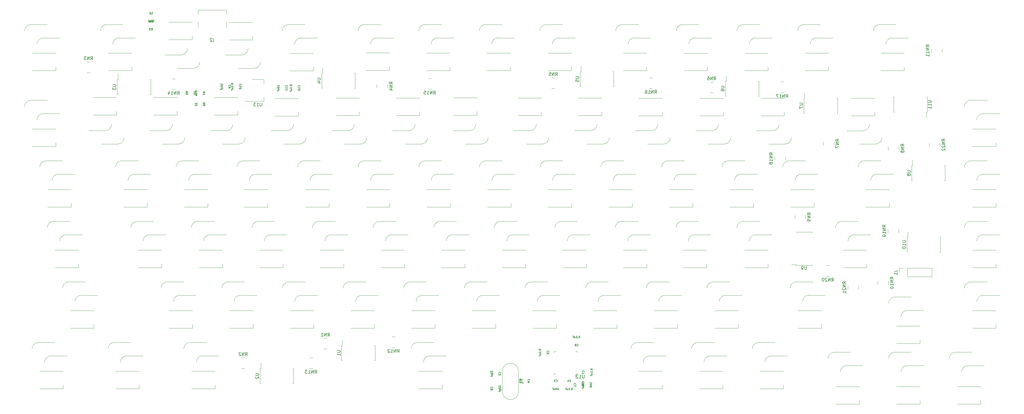
<source format=gbr>
%TF.GenerationSoftware,KiCad,Pcbnew,(5.1.6)-1*%
%TF.CreationDate,2022-09-12T19:20:27+08:00*%
%TF.ProjectId,feng,66656e67-2e6b-4696-9361-645f70636258,rev?*%
%TF.SameCoordinates,Original*%
%TF.FileFunction,Legend,Bot*%
%TF.FilePolarity,Positive*%
%FSLAX46Y46*%
G04 Gerber Fmt 4.6, Leading zero omitted, Abs format (unit mm)*
G04 Created by KiCad (PCBNEW (5.1.6)-1) date 2022-09-12 19:20:27*
%MOMM*%
%LPD*%
G01*
G04 APERTURE LIST*
%ADD10C,0.120000*%
%ADD11C,0.150000*%
%ADD12C,0.127000*%
G04 APERTURE END LIST*
D10*
%TO.C,D82*%
X279306000Y-261156000D02*
X286606000Y-261156000D01*
X279306000Y-266656000D02*
X286606000Y-266656000D01*
X286606000Y-266656000D02*
X286606000Y-265506000D01*
%TO.C,D81*%
X412656000Y-223056000D02*
X419956000Y-223056000D01*
X412656000Y-228556000D02*
X419956000Y-228556000D01*
X419956000Y-228556000D02*
X419956000Y-227406000D01*
%TO.C,D80*%
X381668000Y-223056000D02*
X388968000Y-223056000D01*
X381668000Y-228556000D02*
X388968000Y-228556000D01*
X388968000Y-228556000D02*
X388968000Y-227406000D01*
%TO.C,D79*%
X362364000Y-223056000D02*
X369664000Y-223056000D01*
X362364000Y-228556000D02*
X369664000Y-228556000D01*
X369664000Y-228556000D02*
X369664000Y-227406000D01*
%TO.C,D78*%
X343568000Y-223056000D02*
X350868000Y-223056000D01*
X343568000Y-228556000D02*
X350868000Y-228556000D01*
X350868000Y-228556000D02*
X350868000Y-227406000D01*
%TO.C,D77*%
X324518000Y-223056000D02*
X331818000Y-223056000D01*
X324518000Y-228556000D02*
X331818000Y-228556000D01*
X331818000Y-228556000D02*
X331818000Y-227406000D01*
%TO.C,D76*%
X305468000Y-223056000D02*
X312768000Y-223056000D01*
X305468000Y-228556000D02*
X312768000Y-228556000D01*
X312768000Y-228556000D02*
X312768000Y-227406000D01*
%TO.C,D75*%
X286418000Y-223056000D02*
X293718000Y-223056000D01*
X286418000Y-228556000D02*
X293718000Y-228556000D01*
X293718000Y-228556000D02*
X293718000Y-227406000D01*
%TO.C,D74*%
X267368000Y-223056000D02*
X274668000Y-223056000D01*
X267368000Y-228556000D02*
X274668000Y-228556000D01*
X274668000Y-228556000D02*
X274668000Y-227406000D01*
%TO.C,D73*%
X248318000Y-223056000D02*
X255618000Y-223056000D01*
X248318000Y-228556000D02*
X255618000Y-228556000D01*
X255618000Y-228556000D02*
X255618000Y-227406000D01*
%TO.C,D72*%
X229268000Y-223056000D02*
X236568000Y-223056000D01*
X229268000Y-228556000D02*
X236568000Y-228556000D01*
X236568000Y-228556000D02*
X236568000Y-227406000D01*
%TO.C,D71*%
X210218000Y-223056000D02*
X217518000Y-223056000D01*
X210218000Y-228556000D02*
X217518000Y-228556000D01*
X217518000Y-228556000D02*
X217518000Y-227406000D01*
%TO.C,D70*%
X191168000Y-223056000D02*
X198468000Y-223056000D01*
X191168000Y-228556000D02*
X198468000Y-228556000D01*
X198468000Y-228556000D02*
X198468000Y-227406000D01*
%TO.C,D69*%
X207932000Y-261156000D02*
X215232000Y-261156000D01*
X207932000Y-266656000D02*
X215232000Y-266656000D01*
X215232000Y-266656000D02*
X215232000Y-265506000D01*
%TO.C,D68*%
X184056000Y-261156000D02*
X191356000Y-261156000D01*
X184056000Y-266656000D02*
X191356000Y-266656000D01*
X191356000Y-266656000D02*
X191356000Y-265506000D01*
%TO.C,D67*%
X160180000Y-261156000D02*
X167480000Y-261156000D01*
X160180000Y-266656000D02*
X167480000Y-266656000D01*
X167480000Y-266656000D02*
X167480000Y-265506000D01*
%TO.C,D66*%
X169832000Y-242106000D02*
X177132000Y-242106000D01*
X169832000Y-247606000D02*
X177132000Y-247606000D01*
X177132000Y-247606000D02*
X177132000Y-246456000D01*
%TO.C,D65*%
X165006000Y-223056000D02*
X172306000Y-223056000D01*
X165006000Y-228556000D02*
X172306000Y-228556000D01*
X172306000Y-228556000D02*
X172306000Y-227406000D01*
%TO.C,D64*%
X162720000Y-204006000D02*
X170020000Y-204006000D01*
X162720000Y-209506000D02*
X170020000Y-209506000D01*
X170020000Y-209506000D02*
X170020000Y-208356000D01*
%TO.C,D63*%
X186596000Y-204006000D02*
X193896000Y-204006000D01*
X186596000Y-209506000D02*
X193896000Y-209506000D01*
X193896000Y-209506000D02*
X193896000Y-208356000D01*
%TO.C,D62*%
X205646000Y-204006000D02*
X212946000Y-204006000D01*
X205646000Y-209506000D02*
X212946000Y-209506000D01*
X212946000Y-209506000D02*
X212946000Y-208356000D01*
%TO.C,D61*%
X224442000Y-204006000D02*
X231742000Y-204006000D01*
X224442000Y-209506000D02*
X231742000Y-209506000D01*
X231742000Y-209506000D02*
X231742000Y-208356000D01*
%TO.C,D60*%
X243746000Y-204006000D02*
X251046000Y-204006000D01*
X243746000Y-209506000D02*
X251046000Y-209506000D01*
X251046000Y-209506000D02*
X251046000Y-208356000D01*
%TO.C,D59*%
X262796000Y-204006000D02*
X270096000Y-204006000D01*
X262796000Y-209506000D02*
X270096000Y-209506000D01*
X270096000Y-209506000D02*
X270096000Y-208356000D01*
%TO.C,D58*%
X281846000Y-204006000D02*
X289146000Y-204006000D01*
X281846000Y-209506000D02*
X289146000Y-209506000D01*
X289146000Y-209506000D02*
X289146000Y-208356000D01*
%TO.C,D57*%
X300896000Y-204006000D02*
X308196000Y-204006000D01*
X300896000Y-209506000D02*
X308196000Y-209506000D01*
X308196000Y-209506000D02*
X308196000Y-208356000D01*
%TO.C,D56*%
X319946000Y-204006000D02*
X327246000Y-204006000D01*
X319946000Y-209506000D02*
X327246000Y-209506000D01*
X327246000Y-209506000D02*
X327246000Y-208356000D01*
%TO.C,D55*%
X338996000Y-204006000D02*
X346296000Y-204006000D01*
X338996000Y-209506000D02*
X346296000Y-209506000D01*
X346296000Y-209506000D02*
X346296000Y-208356000D01*
%TO.C,D54*%
X358046000Y-204006000D02*
X365346000Y-204006000D01*
X358046000Y-209506000D02*
X365346000Y-209506000D01*
X365346000Y-209506000D02*
X365346000Y-208356000D01*
%TO.C,D53*%
X377096000Y-204006000D02*
X384396000Y-204006000D01*
X377096000Y-209506000D02*
X384396000Y-209506000D01*
X384396000Y-209506000D02*
X384396000Y-208356000D01*
%TO.C,D52*%
X396146000Y-204006000D02*
X403446000Y-204006000D01*
X396146000Y-209506000D02*
X403446000Y-209506000D01*
X403446000Y-209506000D02*
X403446000Y-208356000D01*
%TO.C,D51*%
X419768000Y-204006000D02*
X427068000Y-204006000D01*
X419768000Y-209506000D02*
X427068000Y-209506000D01*
X427068000Y-209506000D02*
X427068000Y-208356000D01*
%TO.C,D50*%
X415196000Y-175304000D02*
X422496000Y-175304000D01*
X415196000Y-180804000D02*
X422496000Y-180804000D01*
X422496000Y-180804000D02*
X422496000Y-179654000D01*
%TO.C,D49*%
X386748000Y-175304000D02*
X394048000Y-175304000D01*
X386748000Y-180804000D02*
X394048000Y-180804000D01*
X394048000Y-180804000D02*
X394048000Y-179654000D01*
%TO.C,D48*%
X367698000Y-175304000D02*
X374998000Y-175304000D01*
X367698000Y-180804000D02*
X374998000Y-180804000D01*
X374998000Y-180804000D02*
X374998000Y-179654000D01*
%TO.C,D47*%
X348394000Y-175304000D02*
X355694000Y-175304000D01*
X348394000Y-180804000D02*
X355694000Y-180804000D01*
X355694000Y-180804000D02*
X355694000Y-179654000D01*
%TO.C,D46*%
X329440000Y-175260000D02*
X336740000Y-175260000D01*
X329440000Y-180760000D02*
X336740000Y-180760000D01*
X336740000Y-180760000D02*
X336740000Y-179610000D01*
%TO.C,D45*%
X310450000Y-175250000D02*
X317750000Y-175250000D01*
X310450000Y-180750000D02*
X317750000Y-180750000D01*
X317750000Y-180750000D02*
X317750000Y-179600000D01*
%TO.C,D44*%
X290240000Y-175160000D02*
X297540000Y-175160000D01*
X290240000Y-180660000D02*
X297540000Y-180660000D01*
X297540000Y-180660000D02*
X297540000Y-179510000D01*
%TO.C,D43*%
X272200000Y-175250000D02*
X279500000Y-175250000D01*
X272200000Y-180750000D02*
X279500000Y-180750000D01*
X279500000Y-180750000D02*
X279500000Y-179600000D01*
%TO.C,D42*%
X253270000Y-175210000D02*
X260570000Y-175210000D01*
X253270000Y-180710000D02*
X260570000Y-180710000D01*
X260570000Y-180710000D02*
X260570000Y-179560000D01*
%TO.C,D41*%
X234130000Y-175380000D02*
X241430000Y-175380000D01*
X234130000Y-180880000D02*
X241430000Y-180880000D01*
X241430000Y-180880000D02*
X241430000Y-179730000D01*
%TO.C,D40*%
X215044000Y-175050000D02*
X222344000Y-175050000D01*
X215044000Y-180550000D02*
X222344000Y-180550000D01*
X222344000Y-180550000D02*
X222344000Y-179400000D01*
%TO.C,D39*%
X195994000Y-175050000D02*
X203294000Y-175050000D01*
X195994000Y-180550000D02*
X203294000Y-180550000D01*
X203294000Y-180550000D02*
X203294000Y-179400000D01*
%TO.C,D38*%
X176944000Y-175050000D02*
X184244000Y-175050000D01*
X176944000Y-180550000D02*
X184244000Y-180550000D01*
X184244000Y-180550000D02*
X184244000Y-179400000D01*
%TO.C,D37*%
X157894000Y-184956000D02*
X165194000Y-184956000D01*
X157894000Y-190456000D02*
X165194000Y-190456000D01*
X165194000Y-190456000D02*
X165194000Y-189306000D01*
%TO.C,D36*%
X157894000Y-161080000D02*
X165194000Y-161080000D01*
X157894000Y-166580000D02*
X165194000Y-166580000D01*
X165194000Y-166580000D02*
X165194000Y-165430000D01*
%TO.C,D35*%
X181770000Y-161080000D02*
X189070000Y-161080000D01*
X181770000Y-166580000D02*
X189070000Y-166580000D01*
X189070000Y-166580000D02*
X189070000Y-165430000D01*
%TO.C,D34*%
X200730000Y-151400000D02*
X208030000Y-151400000D01*
X200730000Y-156900000D02*
X208030000Y-156900000D01*
X208030000Y-156900000D02*
X208030000Y-155750000D01*
%TO.C,D33*%
X219750000Y-151420000D02*
X227050000Y-151420000D01*
X219750000Y-156920000D02*
X227050000Y-156920000D01*
X227050000Y-156920000D02*
X227050000Y-155770000D01*
%TO.C,D32*%
X238800000Y-161170000D02*
X246100000Y-161170000D01*
X238800000Y-166670000D02*
X246100000Y-166670000D01*
X246100000Y-166670000D02*
X246100000Y-165520000D01*
%TO.C,D31*%
X262720000Y-161000000D02*
X270020000Y-161000000D01*
X262720000Y-166500000D02*
X270020000Y-166500000D01*
X270020000Y-166500000D02*
X270020000Y-165350000D01*
%TO.C,D30*%
X281740000Y-161140000D02*
X289040000Y-161140000D01*
X281740000Y-166640000D02*
X289040000Y-166640000D01*
X289040000Y-166640000D02*
X289040000Y-165490000D01*
%TO.C,D29*%
X300680000Y-161120000D02*
X307980000Y-161120000D01*
X300680000Y-166620000D02*
X307980000Y-166620000D01*
X307980000Y-166620000D02*
X307980000Y-165470000D01*
%TO.C,D28*%
X319860000Y-161100000D02*
X327160000Y-161100000D01*
X319860000Y-166600000D02*
X327160000Y-166600000D01*
X327160000Y-166600000D02*
X327160000Y-165450000D01*
%TO.C,D27*%
X343540000Y-161140000D02*
X350840000Y-161140000D01*
X343540000Y-166640000D02*
X350840000Y-166640000D01*
X350840000Y-166640000D02*
X350840000Y-165490000D01*
%TO.C,D26*%
X362660000Y-161150000D02*
X369960000Y-161150000D01*
X362660000Y-166650000D02*
X369960000Y-166650000D01*
X369960000Y-166650000D02*
X369960000Y-165500000D01*
%TO.C,D25*%
X381720000Y-161150000D02*
X389020000Y-161150000D01*
X381720000Y-166650000D02*
X389020000Y-166650000D01*
X389020000Y-166650000D02*
X389020000Y-165500000D01*
%TO.C,D24*%
X400710000Y-161080000D02*
X408010000Y-161080000D01*
X400710000Y-166580000D02*
X408010000Y-166580000D01*
X408010000Y-166580000D02*
X408010000Y-165430000D01*
%TO.C,D23*%
X424480000Y-161120000D02*
X431780000Y-161120000D01*
X424480000Y-166620000D02*
X431780000Y-166620000D01*
X431780000Y-166620000D02*
X431780000Y-165470000D01*
%TO.C,D22*%
X453296000Y-184956000D02*
X460596000Y-184956000D01*
X453296000Y-190456000D02*
X460596000Y-190456000D01*
X460596000Y-190456000D02*
X460596000Y-189306000D01*
%TO.C,D21*%
X453296000Y-204006000D02*
X460596000Y-204006000D01*
X453296000Y-209506000D02*
X460596000Y-209506000D01*
X460596000Y-209506000D02*
X460596000Y-208356000D01*
%TO.C,D20*%
X453296000Y-223056000D02*
X460596000Y-223056000D01*
X453296000Y-228556000D02*
X460596000Y-228556000D01*
X460596000Y-228556000D02*
X460596000Y-227406000D01*
%TO.C,D19*%
X453296000Y-242106000D02*
X460596000Y-242106000D01*
X453296000Y-247606000D02*
X460596000Y-247606000D01*
X460596000Y-247606000D02*
X460596000Y-246456000D01*
%TO.C,D18*%
X429420000Y-246932000D02*
X436720000Y-246932000D01*
X429420000Y-252432000D02*
X436720000Y-252432000D01*
X436720000Y-252432000D02*
X436720000Y-251282000D01*
%TO.C,D17*%
X448470000Y-265982000D02*
X455770000Y-265982000D01*
X448470000Y-271482000D02*
X455770000Y-271482000D01*
X455770000Y-271482000D02*
X455770000Y-270332000D01*
%TO.C,D16*%
X429420000Y-265982000D02*
X436720000Y-265982000D01*
X429420000Y-271482000D02*
X436720000Y-271482000D01*
X436720000Y-271482000D02*
X436720000Y-270332000D01*
%TO.C,D15*%
X410370000Y-265982000D02*
X417670000Y-265982000D01*
X410370000Y-271482000D02*
X417670000Y-271482000D01*
X417670000Y-271482000D02*
X417670000Y-270332000D01*
%TO.C,D14*%
X398432000Y-242106000D02*
X405732000Y-242106000D01*
X398432000Y-247606000D02*
X405732000Y-247606000D01*
X405732000Y-247606000D02*
X405732000Y-246456000D01*
%TO.C,D13*%
X372270000Y-242106000D02*
X379570000Y-242106000D01*
X372270000Y-247606000D02*
X379570000Y-247606000D01*
X379570000Y-247606000D02*
X379570000Y-246456000D01*
%TO.C,D12*%
X386494000Y-261156000D02*
X393794000Y-261156000D01*
X386494000Y-266656000D02*
X393794000Y-266656000D01*
X393794000Y-266656000D02*
X393794000Y-265506000D01*
%TO.C,D11*%
X367444000Y-261156000D02*
X374744000Y-261156000D01*
X367444000Y-266656000D02*
X374744000Y-266656000D01*
X374744000Y-266656000D02*
X374744000Y-265506000D01*
%TO.C,D10*%
X348394000Y-261156000D02*
X355694000Y-261156000D01*
X348394000Y-266656000D02*
X355694000Y-266656000D01*
X355694000Y-266656000D02*
X355694000Y-265506000D01*
%TO.C,D9*%
X353220000Y-242106000D02*
X360520000Y-242106000D01*
X353220000Y-247606000D02*
X360520000Y-247606000D01*
X360520000Y-247606000D02*
X360520000Y-246456000D01*
%TO.C,D8*%
X334170000Y-242106000D02*
X341470000Y-242106000D01*
X334170000Y-247606000D02*
X341470000Y-247606000D01*
X341470000Y-247606000D02*
X341470000Y-246456000D01*
%TO.C,D7*%
X315120000Y-242106000D02*
X322420000Y-242106000D01*
X315120000Y-247606000D02*
X322420000Y-247606000D01*
X322420000Y-247606000D02*
X322420000Y-246456000D01*
%TO.C,D6*%
X296070000Y-242106000D02*
X303370000Y-242106000D01*
X296070000Y-247606000D02*
X303370000Y-247606000D01*
X303370000Y-247606000D02*
X303370000Y-246456000D01*
%TO.C,D5*%
X277020000Y-242106000D02*
X284320000Y-242106000D01*
X277020000Y-247606000D02*
X284320000Y-247606000D01*
X284320000Y-247606000D02*
X284320000Y-246456000D01*
%TO.C,D4*%
X257970000Y-242106000D02*
X265270000Y-242106000D01*
X257970000Y-247606000D02*
X265270000Y-247606000D01*
X265270000Y-247606000D02*
X265270000Y-246456000D01*
%TO.C,D3*%
X238920000Y-242106000D02*
X246220000Y-242106000D01*
X238920000Y-247606000D02*
X246220000Y-247606000D01*
X246220000Y-247606000D02*
X246220000Y-246456000D01*
%TO.C,D2*%
X219870000Y-242106000D02*
X227170000Y-242106000D01*
X219870000Y-247606000D02*
X227170000Y-247606000D01*
X227170000Y-247606000D02*
X227170000Y-246456000D01*
%TO.C,D1*%
X200820000Y-242106000D02*
X208120000Y-242106000D01*
X200820000Y-247606000D02*
X208120000Y-247606000D01*
X208120000Y-247606000D02*
X208120000Y-246456000D01*
%TO.C,U13*%
X230630000Y-169420000D02*
X230630000Y-170680000D01*
X230630000Y-176240000D02*
X230630000Y-174980000D01*
X226870000Y-169420000D02*
X230630000Y-169420000D01*
X224620000Y-176240000D02*
X230630000Y-176240000D01*
%TO.C,SW82*%
X456600000Y-199190000D02*
X461700000Y-199190000D01*
X452700000Y-194990000D02*
X457800000Y-194990000D01*
X454600000Y-201190000D02*
G75*
G02*
X456600000Y-199190000I2000000J0D01*
G01*
X450700000Y-196990000D02*
G75*
G02*
X452700000Y-194990000I2000000J0D01*
G01*
%TO.C,SW81*%
X456600000Y-180140000D02*
X461700000Y-180140000D01*
X452700000Y-175940000D02*
X457800000Y-175940000D01*
X454600000Y-182140000D02*
G75*
G02*
X456600000Y-180140000I2000000J0D01*
G01*
X450700000Y-177940000D02*
G75*
G02*
X452700000Y-175940000I2000000J0D01*
G01*
%TO.C,SW80*%
X289913000Y-218239000D02*
X295013000Y-218239000D01*
X286013000Y-214039000D02*
X291113000Y-214039000D01*
X287913000Y-220239000D02*
G75*
G02*
X289913000Y-218239000I2000000J0D01*
G01*
X284013000Y-216039000D02*
G75*
G02*
X286013000Y-214039000I2000000J0D01*
G01*
%TO.C,SW79*%
X304244000Y-199192000D02*
X309344000Y-199192000D01*
X300344000Y-194992000D02*
X305444000Y-194992000D01*
X302244000Y-201192000D02*
G75*
G02*
X304244000Y-199192000I2000000J0D01*
G01*
X298344000Y-196992000D02*
G75*
G02*
X300344000Y-194992000I2000000J0D01*
G01*
%TO.C,SW78*%
X213713000Y-218239000D02*
X218813000Y-218239000D01*
X209813000Y-214039000D02*
X214913000Y-214039000D01*
X211713000Y-220239000D02*
G75*
G02*
X213713000Y-218239000I2000000J0D01*
G01*
X207813000Y-216039000D02*
G75*
G02*
X209813000Y-214039000I2000000J0D01*
G01*
%TO.C,SW77*%
X327912000Y-218239000D02*
X333012000Y-218239000D01*
X324012000Y-214039000D02*
X329112000Y-214039000D01*
X325912000Y-220239000D02*
G75*
G02*
X327912000Y-218239000I2000000J0D01*
G01*
X322012000Y-216039000D02*
G75*
G02*
X324012000Y-214039000I2000000J0D01*
G01*
%TO.C,SW76*%
X223282000Y-237292000D02*
X228382000Y-237292000D01*
X219382000Y-233092000D02*
X224482000Y-233092000D01*
X221282000Y-239292000D02*
G75*
G02*
X223282000Y-237292000I2000000J0D01*
G01*
X217382000Y-235092000D02*
G75*
G02*
X219382000Y-233092000I2000000J0D01*
G01*
%TO.C,SW75*%
X189902000Y-199192000D02*
X195002000Y-199192000D01*
X186002000Y-194992000D02*
X191102000Y-194992000D01*
X187902000Y-201192000D02*
G75*
G02*
X189902000Y-199192000I2000000J0D01*
G01*
X184002000Y-196992000D02*
G75*
G02*
X186002000Y-194992000I2000000J0D01*
G01*
%TO.C,SW74*%
X375682000Y-237292000D02*
X380782000Y-237292000D01*
X371782000Y-233092000D02*
X376882000Y-233092000D01*
X373682000Y-239292000D02*
G75*
G02*
X375682000Y-237292000I2000000J0D01*
G01*
X369782000Y-235092000D02*
G75*
G02*
X371782000Y-233092000I2000000J0D01*
G01*
%TO.C,SW73*%
X308913000Y-218239000D02*
X314013000Y-218239000D01*
X305013000Y-214039000D02*
X310113000Y-214039000D01*
X306913000Y-220239000D02*
G75*
G02*
X308913000Y-218239000I2000000J0D01*
G01*
X303013000Y-216039000D02*
G75*
G02*
X305013000Y-214039000I2000000J0D01*
G01*
%TO.C,SW72*%
X194663000Y-218239000D02*
X199763000Y-218239000D01*
X190763000Y-214039000D02*
X195863000Y-214039000D01*
X192663000Y-220239000D02*
G75*
G02*
X194663000Y-218239000I2000000J0D01*
G01*
X188763000Y-216039000D02*
G75*
G02*
X190763000Y-214039000I2000000J0D01*
G01*
%TO.C,SW71*%
X208956000Y-199192000D02*
X214056000Y-199192000D01*
X205056000Y-194992000D02*
X210156000Y-194992000D01*
X206956000Y-201192000D02*
G75*
G02*
X208956000Y-199192000I2000000J0D01*
G01*
X203056000Y-196992000D02*
G75*
G02*
X205056000Y-194992000I2000000J0D01*
G01*
%TO.C,SW70*%
X163704000Y-256337000D02*
X168804000Y-256337000D01*
X159804000Y-252137000D02*
X164904000Y-252137000D01*
X161704000Y-258337000D02*
G75*
G02*
X163704000Y-256337000I2000000J0D01*
G01*
X157804000Y-254137000D02*
G75*
G02*
X159804000Y-252137000I2000000J0D01*
G01*
%TO.C,SW69*%
X166084000Y-199187000D02*
X171184000Y-199187000D01*
X162184000Y-194987000D02*
X167284000Y-194987000D01*
X164084000Y-201187000D02*
G75*
G02*
X166084000Y-199187000I2000000J0D01*
G01*
X160184000Y-196987000D02*
G75*
G02*
X162184000Y-194987000I2000000J0D01*
G01*
%TO.C,SW68*%
X266132000Y-199192000D02*
X271232000Y-199192000D01*
X262232000Y-194992000D02*
X267332000Y-194992000D01*
X264132000Y-201192000D02*
G75*
G02*
X266132000Y-199192000I2000000J0D01*
G01*
X260232000Y-196992000D02*
G75*
G02*
X262232000Y-194992000I2000000J0D01*
G01*
%TO.C,SW67*%
X380495000Y-199192000D02*
X385595000Y-199192000D01*
X376595000Y-194992000D02*
X381695000Y-194992000D01*
X378495000Y-201192000D02*
G75*
G02*
X380495000Y-199192000I2000000J0D01*
G01*
X374595000Y-196992000D02*
G75*
G02*
X376595000Y-194992000I2000000J0D01*
G01*
%TO.C,SW66*%
X365976000Y-218239000D02*
X371076000Y-218239000D01*
X362076000Y-214039000D02*
X367176000Y-214039000D01*
X363976000Y-220239000D02*
G75*
G02*
X365976000Y-218239000I2000000J0D01*
G01*
X360076000Y-216039000D02*
G75*
G02*
X362076000Y-214039000I2000000J0D01*
G01*
%TO.C,SW65*%
X314220000Y-185529000D02*
X309120000Y-185529000D01*
X318120000Y-189729000D02*
X313020000Y-189729000D01*
X316220000Y-183529000D02*
G75*
G02*
X314220000Y-185529000I-2000000J0D01*
G01*
X320120000Y-187729000D02*
G75*
G02*
X318120000Y-189729000I-2000000J0D01*
G01*
%TO.C,SW64*%
X211331000Y-256337000D02*
X216431000Y-256337000D01*
X207431000Y-252137000D02*
X212531000Y-252137000D01*
X209331000Y-258337000D02*
G75*
G02*
X211331000Y-256337000I2000000J0D01*
G01*
X205431000Y-254137000D02*
G75*
G02*
X207431000Y-252137000I2000000J0D01*
G01*
%TO.C,SW63*%
X423261000Y-199187000D02*
X428361000Y-199187000D01*
X419361000Y-194987000D02*
X424461000Y-194987000D01*
X421261000Y-201187000D02*
G75*
G02*
X423261000Y-199187000I2000000J0D01*
G01*
X417361000Y-196987000D02*
G75*
G02*
X419361000Y-194987000I2000000J0D01*
G01*
%TO.C,SW62*%
X456600000Y-237290000D02*
X461700000Y-237290000D01*
X452700000Y-233090000D02*
X457800000Y-233090000D01*
X454600000Y-239290000D02*
G75*
G02*
X456600000Y-237290000I2000000J0D01*
G01*
X450700000Y-235090000D02*
G75*
G02*
X452700000Y-233090000I2000000J0D01*
G01*
%TO.C,SW61*%
X370890000Y-256340000D02*
X375990000Y-256340000D01*
X366990000Y-252140000D02*
X372090000Y-252140000D01*
X368890000Y-258340000D02*
G75*
G02*
X370890000Y-256340000I2000000J0D01*
G01*
X364990000Y-254140000D02*
G75*
G02*
X366990000Y-252140000I2000000J0D01*
G01*
%TO.C,SW60*%
X371434000Y-185529000D02*
X366334000Y-185529000D01*
X375334000Y-189729000D02*
X370234000Y-189729000D01*
X373434000Y-183529000D02*
G75*
G02*
X371434000Y-185529000I-2000000J0D01*
G01*
X377334000Y-187729000D02*
G75*
G02*
X375334000Y-189729000I-2000000J0D01*
G01*
%TO.C,SW59*%
X361458000Y-199192000D02*
X366558000Y-199192000D01*
X357558000Y-194992000D02*
X362658000Y-194992000D01*
X359458000Y-201192000D02*
G75*
G02*
X361458000Y-199192000I2000000J0D01*
G01*
X355558000Y-196992000D02*
G75*
G02*
X357558000Y-194992000I2000000J0D01*
G01*
%TO.C,SW58*%
X356632000Y-237292000D02*
X361732000Y-237292000D01*
X352732000Y-233092000D02*
X357832000Y-233092000D01*
X354632000Y-239292000D02*
G75*
G02*
X356632000Y-237292000I2000000J0D01*
G01*
X350732000Y-235092000D02*
G75*
G02*
X352732000Y-233092000I2000000J0D01*
G01*
%TO.C,SW57*%
X456600000Y-218240000D02*
X461700000Y-218240000D01*
X452700000Y-214040000D02*
X457800000Y-214040000D01*
X454600000Y-220240000D02*
G75*
G02*
X456600000Y-218240000I2000000J0D01*
G01*
X450700000Y-216040000D02*
G75*
G02*
X452700000Y-214040000I2000000J0D01*
G01*
%TO.C,SW56*%
X251813000Y-218239000D02*
X256913000Y-218239000D01*
X247913000Y-214039000D02*
X253013000Y-214039000D01*
X249813000Y-220239000D02*
G75*
G02*
X251813000Y-218239000I2000000J0D01*
G01*
X245913000Y-216039000D02*
G75*
G02*
X247913000Y-214039000I2000000J0D01*
G01*
%TO.C,SW55*%
X337582000Y-237292000D02*
X342682000Y-237292000D01*
X333682000Y-233092000D02*
X338782000Y-233092000D01*
X335582000Y-239292000D02*
G75*
G02*
X337582000Y-237292000I2000000J0D01*
G01*
X331682000Y-235092000D02*
G75*
G02*
X333682000Y-233092000I2000000J0D01*
G01*
%TO.C,SW54*%
X389990000Y-256340000D02*
X395090000Y-256340000D01*
X386090000Y-252140000D02*
X391190000Y-252140000D01*
X387990000Y-258340000D02*
G75*
G02*
X389990000Y-256340000I2000000J0D01*
G01*
X384090000Y-254140000D02*
G75*
G02*
X386090000Y-252140000I2000000J0D01*
G01*
%TO.C,SW53*%
X285182000Y-199192000D02*
X290282000Y-199192000D01*
X281282000Y-194992000D02*
X286382000Y-194992000D01*
X283182000Y-201192000D02*
G75*
G02*
X285182000Y-199192000I2000000J0D01*
G01*
X279282000Y-196992000D02*
G75*
G02*
X281282000Y-194992000I2000000J0D01*
G01*
%TO.C,SW52*%
X352358000Y-185529000D02*
X347258000Y-185529000D01*
X356258000Y-189729000D02*
X351158000Y-189729000D01*
X354358000Y-183529000D02*
G75*
G02*
X352358000Y-185529000I-2000000J0D01*
G01*
X358258000Y-187729000D02*
G75*
G02*
X356258000Y-189729000I-2000000J0D01*
G01*
%TO.C,SW51*%
X270838000Y-218239000D02*
X275938000Y-218239000D01*
X266938000Y-214039000D02*
X272038000Y-214039000D01*
X268838000Y-220239000D02*
G75*
G02*
X270838000Y-218239000I2000000J0D01*
G01*
X264938000Y-216039000D02*
G75*
G02*
X266938000Y-214039000I2000000J0D01*
G01*
%TO.C,SW50*%
X416119000Y-218237000D02*
X421219000Y-218237000D01*
X412219000Y-214037000D02*
X417319000Y-214037000D01*
X414119000Y-220237000D02*
G75*
G02*
X416119000Y-218237000I2000000J0D01*
G01*
X410219000Y-216037000D02*
G75*
G02*
X412219000Y-214037000I2000000J0D01*
G01*
%TO.C,SW49*%
X342395000Y-199192000D02*
X347495000Y-199192000D01*
X338495000Y-194992000D02*
X343595000Y-194992000D01*
X340395000Y-201192000D02*
G75*
G02*
X342395000Y-199192000I2000000J0D01*
G01*
X336495000Y-196992000D02*
G75*
G02*
X338495000Y-194992000I2000000J0D01*
G01*
%TO.C,SW48*%
X404211000Y-156324000D02*
X409311000Y-156324000D01*
X400311000Y-152124000D02*
X405411000Y-152124000D01*
X402211000Y-158324000D02*
G75*
G02*
X404211000Y-156324000I2000000J0D01*
G01*
X398311000Y-154124000D02*
G75*
G02*
X400311000Y-152124000I2000000J0D01*
G01*
%TO.C,SW47*%
X428030000Y-156330000D02*
X433130000Y-156330000D01*
X424130000Y-152130000D02*
X429230000Y-152130000D01*
X426030000Y-158330000D02*
G75*
G02*
X428030000Y-156330000I2000000J0D01*
G01*
X422130000Y-154130000D02*
G75*
G02*
X424130000Y-152130000I2000000J0D01*
G01*
%TO.C,SW46*%
X418899000Y-185537000D02*
X413799000Y-185537000D01*
X422799000Y-189737000D02*
X417699000Y-189737000D01*
X420899000Y-183537000D02*
G75*
G02*
X418899000Y-185537000I-2000000J0D01*
G01*
X424799000Y-187737000D02*
G75*
G02*
X422799000Y-189737000I-2000000J0D01*
G01*
%TO.C,SW45*%
X390484000Y-185529000D02*
X385384000Y-185529000D01*
X394384000Y-189729000D02*
X389284000Y-189729000D01*
X392484000Y-183529000D02*
G75*
G02*
X390484000Y-185529000I-2000000J0D01*
G01*
X396384000Y-187729000D02*
G75*
G02*
X394384000Y-189729000I-2000000J0D01*
G01*
%TO.C,SW44*%
X323251000Y-156325000D02*
X328351000Y-156325000D01*
X319351000Y-152125000D02*
X324451000Y-152125000D01*
X321251000Y-158325000D02*
G75*
G02*
X323251000Y-156325000I2000000J0D01*
G01*
X317351000Y-154125000D02*
G75*
G02*
X319351000Y-152125000I2000000J0D01*
G01*
%TO.C,SW43*%
X347061000Y-156324000D02*
X352161000Y-156324000D01*
X343161000Y-152124000D02*
X348261000Y-152124000D01*
X345061000Y-158324000D02*
G75*
G02*
X347061000Y-156324000I2000000J0D01*
G01*
X341161000Y-154124000D02*
G75*
G02*
X343161000Y-152124000I2000000J0D01*
G01*
%TO.C,SW42*%
X366111000Y-156324000D02*
X371211000Y-156324000D01*
X362211000Y-152124000D02*
X367311000Y-152124000D01*
X364111000Y-158324000D02*
G75*
G02*
X366111000Y-156324000I2000000J0D01*
G01*
X360211000Y-154124000D02*
G75*
G02*
X362211000Y-152124000I2000000J0D01*
G01*
%TO.C,SW41*%
X385161000Y-156324000D02*
X390261000Y-156324000D01*
X381261000Y-152124000D02*
X386361000Y-152124000D01*
X383161000Y-158324000D02*
G75*
G02*
X385161000Y-156324000I2000000J0D01*
G01*
X379261000Y-154124000D02*
G75*
G02*
X381261000Y-152124000I2000000J0D01*
G01*
%TO.C,SW40*%
X401829000Y-237287000D02*
X406929000Y-237287000D01*
X397929000Y-233087000D02*
X403029000Y-233087000D01*
X399829000Y-239287000D02*
G75*
G02*
X401829000Y-237287000I2000000J0D01*
G01*
X395929000Y-235087000D02*
G75*
G02*
X397929000Y-233087000I2000000J0D01*
G01*
%TO.C,SW39*%
X351821000Y-256340000D02*
X356921000Y-256340000D01*
X347921000Y-252140000D02*
X353021000Y-252140000D01*
X349821000Y-258340000D02*
G75*
G02*
X351821000Y-256340000I2000000J0D01*
G01*
X345921000Y-254140000D02*
G75*
G02*
X347921000Y-252140000I2000000J0D01*
G01*
%TO.C,SW38*%
X385100000Y-218239000D02*
X390200000Y-218239000D01*
X381200000Y-214039000D02*
X386300000Y-214039000D01*
X383100000Y-220239000D02*
G75*
G02*
X385100000Y-218239000I2000000J0D01*
G01*
X379200000Y-216039000D02*
G75*
G02*
X381200000Y-214039000I2000000J0D01*
G01*
%TO.C,SW37*%
X346936000Y-218239000D02*
X352036000Y-218239000D01*
X343036000Y-214039000D02*
X348136000Y-214039000D01*
X344936000Y-220239000D02*
G75*
G02*
X346936000Y-218239000I2000000J0D01*
G01*
X341036000Y-216039000D02*
G75*
G02*
X343036000Y-214039000I2000000J0D01*
G01*
%TO.C,SW36*%
X399520000Y-199192000D02*
X404620000Y-199192000D01*
X395620000Y-194992000D02*
X400720000Y-194992000D01*
X397520000Y-201192000D02*
G75*
G02*
X399520000Y-199192000I2000000J0D01*
G01*
X393620000Y-196992000D02*
G75*
G02*
X395620000Y-194992000I2000000J0D01*
G01*
%TO.C,SW35*%
X173231000Y-237287000D02*
X178331000Y-237287000D01*
X169331000Y-233087000D02*
X174431000Y-233087000D01*
X171231000Y-239287000D02*
G75*
G02*
X173231000Y-237287000I2000000J0D01*
G01*
X167331000Y-235087000D02*
G75*
G02*
X169331000Y-233087000I2000000J0D01*
G01*
%TO.C,SW34*%
X432781000Y-242049000D02*
X437881000Y-242049000D01*
X428881000Y-237849000D02*
X433981000Y-237849000D01*
X430781000Y-244049000D02*
G75*
G02*
X432781000Y-242049000I2000000J0D01*
G01*
X426881000Y-239849000D02*
G75*
G02*
X428881000Y-237849000I2000000J0D01*
G01*
%TO.C,SW33*%
X168469000Y-218237000D02*
X173569000Y-218237000D01*
X164569000Y-214037000D02*
X169669000Y-214037000D01*
X166469000Y-220237000D02*
G75*
G02*
X168469000Y-218237000I2000000J0D01*
G01*
X162569000Y-216037000D02*
G75*
G02*
X164569000Y-214037000I2000000J0D01*
G01*
%TO.C,SW32*%
X295170000Y-185529000D02*
X290070000Y-185529000D01*
X299070000Y-189729000D02*
X293970000Y-189729000D01*
X297170000Y-183529000D02*
G75*
G02*
X295170000Y-185529000I-2000000J0D01*
G01*
X301070000Y-187729000D02*
G75*
G02*
X299070000Y-189729000I-2000000J0D01*
G01*
%TO.C,SW31*%
X276120000Y-185529000D02*
X271020000Y-185529000D01*
X280020000Y-189729000D02*
X274920000Y-189729000D01*
X278120000Y-183529000D02*
G75*
G02*
X276120000Y-185529000I-2000000J0D01*
G01*
X282020000Y-187729000D02*
G75*
G02*
X280020000Y-189729000I-2000000J0D01*
G01*
%TO.C,SW30*%
X257045000Y-185529000D02*
X251945000Y-185529000D01*
X260945000Y-189729000D02*
X255845000Y-189729000D01*
X259045000Y-183529000D02*
G75*
G02*
X257045000Y-185529000I-2000000J0D01*
G01*
X262945000Y-187729000D02*
G75*
G02*
X260945000Y-189729000I-2000000J0D01*
G01*
%TO.C,SW29*%
X237944000Y-185529000D02*
X232844000Y-185529000D01*
X241844000Y-189729000D02*
X236744000Y-189729000D01*
X239944000Y-183529000D02*
G75*
G02*
X237944000Y-185529000I-2000000J0D01*
G01*
X243844000Y-187729000D02*
G75*
G02*
X241844000Y-189729000I-2000000J0D01*
G01*
%TO.C,SW28*%
X242284000Y-156324000D02*
X247384000Y-156324000D01*
X238384000Y-152124000D02*
X243484000Y-152124000D01*
X240284000Y-158324000D02*
G75*
G02*
X242284000Y-156324000I2000000J0D01*
G01*
X236384000Y-154124000D02*
G75*
G02*
X238384000Y-152124000I2000000J0D01*
G01*
%TO.C,SW27*%
X266114000Y-156325000D02*
X271214000Y-156325000D01*
X262214000Y-152125000D02*
X267314000Y-152125000D01*
X264114000Y-158325000D02*
G75*
G02*
X266114000Y-156325000I2000000J0D01*
G01*
X260214000Y-154125000D02*
G75*
G02*
X262214000Y-152125000I2000000J0D01*
G01*
%TO.C,SW26*%
X285161000Y-156325000D02*
X290261000Y-156325000D01*
X281261000Y-152125000D02*
X286361000Y-152125000D01*
X283161000Y-158325000D02*
G75*
G02*
X285161000Y-156325000I2000000J0D01*
G01*
X279261000Y-154125000D02*
G75*
G02*
X281261000Y-152125000I2000000J0D01*
G01*
%TO.C,SW25*%
X304204000Y-156325000D02*
X309304000Y-156325000D01*
X300304000Y-152125000D02*
X305404000Y-152125000D01*
X302204000Y-158325000D02*
G75*
G02*
X304204000Y-156325000I2000000J0D01*
G01*
X298304000Y-154125000D02*
G75*
G02*
X300304000Y-152125000I2000000J0D01*
G01*
%TO.C,SW24*%
X218843000Y-185529000D02*
X213743000Y-185529000D01*
X222743000Y-189729000D02*
X217643000Y-189729000D01*
X220843000Y-183529000D02*
G75*
G02*
X218843000Y-185529000I-2000000J0D01*
G01*
X224743000Y-187729000D02*
G75*
G02*
X222743000Y-189729000I-2000000J0D01*
G01*
%TO.C,SW23*%
X199857000Y-185529000D02*
X194757000Y-185529000D01*
X203757000Y-189729000D02*
X198657000Y-189729000D01*
X201857000Y-183529000D02*
G75*
G02*
X199857000Y-185529000I-2000000J0D01*
G01*
X205757000Y-187729000D02*
G75*
G02*
X203757000Y-189729000I-2000000J0D01*
G01*
%TO.C,SW22*%
X180777000Y-185529000D02*
X175677000Y-185529000D01*
X184677000Y-189729000D02*
X179577000Y-189729000D01*
X182777000Y-183529000D02*
G75*
G02*
X180777000Y-185529000I-2000000J0D01*
G01*
X186677000Y-187729000D02*
G75*
G02*
X184677000Y-189729000I-2000000J0D01*
G01*
%TO.C,SW21*%
X161326000Y-180137000D02*
X166426000Y-180137000D01*
X157426000Y-175937000D02*
X162526000Y-175937000D01*
X159326000Y-182137000D02*
G75*
G02*
X161326000Y-180137000I2000000J0D01*
G01*
X155426000Y-177937000D02*
G75*
G02*
X157426000Y-175937000I2000000J0D01*
G01*
%TO.C,SW20*%
X161324000Y-156324000D02*
X166424000Y-156324000D01*
X157424000Y-152124000D02*
X162524000Y-152124000D01*
X159324000Y-158324000D02*
G75*
G02*
X161324000Y-156324000I2000000J0D01*
G01*
X155424000Y-154124000D02*
G75*
G02*
X157424000Y-152124000I2000000J0D01*
G01*
%TO.C,SW19*%
X185137000Y-156324000D02*
X190237000Y-156324000D01*
X181237000Y-152124000D02*
X186337000Y-152124000D01*
X183137000Y-158324000D02*
G75*
G02*
X185137000Y-156324000I2000000J0D01*
G01*
X179237000Y-154124000D02*
G75*
G02*
X181237000Y-152124000I2000000J0D01*
G01*
%TO.C,SW18*%
X204573000Y-161724000D02*
X199473000Y-161724000D01*
X208473000Y-165924000D02*
X203373000Y-165924000D01*
X206573000Y-159724000D02*
G75*
G02*
X204573000Y-161724000I-2000000J0D01*
G01*
X210473000Y-163924000D02*
G75*
G02*
X208473000Y-165924000I-2000000J0D01*
G01*
%TO.C,SW17*%
X223629000Y-161724000D02*
X218529000Y-161724000D01*
X227529000Y-165924000D02*
X222429000Y-165924000D01*
X225629000Y-159724000D02*
G75*
G02*
X223629000Y-161724000I-2000000J0D01*
G01*
X229529000Y-163924000D02*
G75*
G02*
X227529000Y-165924000I-2000000J0D01*
G01*
%TO.C,SW16*%
X187519000Y-256337000D02*
X192619000Y-256337000D01*
X183619000Y-252137000D02*
X188719000Y-252137000D01*
X185519000Y-258337000D02*
G75*
G02*
X187519000Y-256337000I2000000J0D01*
G01*
X181619000Y-254137000D02*
G75*
G02*
X183619000Y-252137000I2000000J0D01*
G01*
%TO.C,SW15*%
X232763000Y-218239000D02*
X237863000Y-218239000D01*
X228863000Y-214039000D02*
X233963000Y-214039000D01*
X230763000Y-220239000D02*
G75*
G02*
X232763000Y-218239000I2000000J0D01*
G01*
X226863000Y-216039000D02*
G75*
G02*
X228863000Y-214039000I2000000J0D01*
G01*
%TO.C,SW14*%
X333283000Y-185529000D02*
X328183000Y-185529000D01*
X337183000Y-189729000D02*
X332083000Y-189729000D01*
X335283000Y-183529000D02*
G75*
G02*
X333283000Y-185529000I-2000000J0D01*
G01*
X339183000Y-187729000D02*
G75*
G02*
X337183000Y-189729000I-2000000J0D01*
G01*
%TO.C,SW13*%
X247120000Y-199192000D02*
X252220000Y-199192000D01*
X243220000Y-194992000D02*
X248320000Y-194992000D01*
X245120000Y-201192000D02*
G75*
G02*
X247120000Y-199192000I2000000J0D01*
G01*
X241220000Y-196992000D02*
G75*
G02*
X243220000Y-194992000I2000000J0D01*
G01*
%TO.C,SW12*%
X413736000Y-259400000D02*
X418836000Y-259400000D01*
X409836000Y-255200000D02*
X414936000Y-255200000D01*
X411736000Y-261400000D02*
G75*
G02*
X413736000Y-259400000I2000000J0D01*
G01*
X407836000Y-257200000D02*
G75*
G02*
X409836000Y-255200000I2000000J0D01*
G01*
%TO.C,SW11*%
X204187000Y-237292000D02*
X209287000Y-237292000D01*
X200287000Y-233092000D02*
X205387000Y-233092000D01*
X202187000Y-239292000D02*
G75*
G02*
X204187000Y-237292000I2000000J0D01*
G01*
X198287000Y-235092000D02*
G75*
G02*
X200287000Y-233092000I2000000J0D01*
G01*
%TO.C,SW10*%
X228019000Y-199192000D02*
X233119000Y-199192000D01*
X224119000Y-194992000D02*
X229219000Y-194992000D01*
X226019000Y-201192000D02*
G75*
G02*
X228019000Y-199192000I2000000J0D01*
G01*
X222119000Y-196992000D02*
G75*
G02*
X224119000Y-194992000I2000000J0D01*
G01*
%TO.C,SW9*%
X323307000Y-199192000D02*
X328407000Y-199192000D01*
X319407000Y-194992000D02*
X324507000Y-194992000D01*
X321307000Y-201192000D02*
G75*
G02*
X323307000Y-199192000I2000000J0D01*
G01*
X317407000Y-196992000D02*
G75*
G02*
X319407000Y-194992000I2000000J0D01*
G01*
%TO.C,SW8*%
X280432000Y-237292000D02*
X285532000Y-237292000D01*
X276532000Y-233092000D02*
X281632000Y-233092000D01*
X278432000Y-239292000D02*
G75*
G02*
X280432000Y-237292000I2000000J0D01*
G01*
X274532000Y-235092000D02*
G75*
G02*
X276532000Y-233092000I2000000J0D01*
G01*
%TO.C,SW7*%
X282766000Y-256337000D02*
X287866000Y-256337000D01*
X278866000Y-252137000D02*
X283966000Y-252137000D01*
X280766000Y-258337000D02*
G75*
G02*
X282766000Y-256337000I2000000J0D01*
G01*
X276866000Y-254137000D02*
G75*
G02*
X278866000Y-252137000I2000000J0D01*
G01*
%TO.C,SW6*%
X432781000Y-259397000D02*
X437881000Y-259397000D01*
X428881000Y-255197000D02*
X433981000Y-255197000D01*
X430781000Y-261397000D02*
G75*
G02*
X432781000Y-259397000I2000000J0D01*
G01*
X426881000Y-257197000D02*
G75*
G02*
X428881000Y-255197000I2000000J0D01*
G01*
%TO.C,SW5*%
X318532000Y-237292000D02*
X323632000Y-237292000D01*
X314632000Y-233092000D02*
X319732000Y-233092000D01*
X316532000Y-239292000D02*
G75*
G02*
X318532000Y-237292000I2000000J0D01*
G01*
X312632000Y-235092000D02*
G75*
G02*
X314632000Y-233092000I2000000J0D01*
G01*
%TO.C,SW4*%
X261382000Y-237292000D02*
X266482000Y-237292000D01*
X257482000Y-233092000D02*
X262582000Y-233092000D01*
X259382000Y-239292000D02*
G75*
G02*
X261382000Y-237292000I2000000J0D01*
G01*
X255482000Y-235092000D02*
G75*
G02*
X257482000Y-233092000I2000000J0D01*
G01*
%TO.C,SW3*%
X242332000Y-237292000D02*
X247432000Y-237292000D01*
X238432000Y-233092000D02*
X243532000Y-233092000D01*
X240332000Y-239292000D02*
G75*
G02*
X242332000Y-237292000I2000000J0D01*
G01*
X236432000Y-235092000D02*
G75*
G02*
X238432000Y-233092000I2000000J0D01*
G01*
%TO.C,SW2*%
X299482000Y-237292000D02*
X304582000Y-237292000D01*
X295582000Y-233092000D02*
X300682000Y-233092000D01*
X297482000Y-239292000D02*
G75*
G02*
X299482000Y-237292000I2000000J0D01*
G01*
X293582000Y-235092000D02*
G75*
G02*
X295582000Y-233092000I2000000J0D01*
G01*
%TO.C,SW1*%
X451840000Y-259400000D02*
X456940000Y-259400000D01*
X447940000Y-255200000D02*
X453040000Y-255200000D01*
X449840000Y-261400000D02*
G75*
G02*
X451840000Y-259400000I2000000J0D01*
G01*
X445940000Y-257200000D02*
G75*
G02*
X447940000Y-255200000I2000000J0D01*
G01*
%TO.C,Y1*%
X305555000Y-267593000D02*
X305555000Y-261193000D01*
X310605000Y-267593000D02*
X310605000Y-261193000D01*
X305555000Y-261193000D02*
G75*
G02*
X310605000Y-261193000I2525000J0D01*
G01*
X305555000Y-267593000D02*
G75*
G03*
X310605000Y-267593000I2525000J0D01*
G01*
%TO.C,U12*%
X328581000Y-262101000D02*
X328581000Y-263391000D01*
X329031000Y-262101000D02*
X328581000Y-262101000D01*
X329031000Y-261651000D02*
X329031000Y-262101000D01*
X329031000Y-254881000D02*
X328581000Y-254881000D01*
X329031000Y-255331000D02*
X329031000Y-254881000D01*
X321811000Y-262101000D02*
X322261000Y-262101000D01*
X321811000Y-261651000D02*
X321811000Y-262101000D01*
X321811000Y-254881000D02*
X322261000Y-254881000D01*
X321811000Y-255331000D02*
X321811000Y-254881000D01*
%TO.C,U11*%
X438765000Y-179675000D02*
X438765000Y-181340000D01*
X439020000Y-179675000D02*
X438765000Y-179675000D01*
X439020000Y-177290000D02*
X439020000Y-179675000D01*
X439020000Y-174905000D02*
X438765000Y-174905000D01*
X439020000Y-177290000D02*
X439020000Y-174905000D01*
X428500000Y-179675000D02*
X428755000Y-179675000D01*
X428500000Y-177290000D02*
X428500000Y-179675000D01*
X428500000Y-174905000D02*
X428755000Y-174905000D01*
X428500000Y-177290000D02*
X428500000Y-174905000D01*
%TO.C,U10*%
X432915000Y-218955000D02*
X432915000Y-217290000D01*
X432660000Y-218955000D02*
X432915000Y-218955000D01*
X432660000Y-221340000D02*
X432660000Y-218955000D01*
X432660000Y-223725000D02*
X432915000Y-223725000D01*
X432660000Y-221340000D02*
X432660000Y-223725000D01*
X443180000Y-218955000D02*
X442925000Y-218955000D01*
X443180000Y-221340000D02*
X443180000Y-218955000D01*
X443180000Y-223725000D02*
X442925000Y-223725000D01*
X443180000Y-221340000D02*
X443180000Y-223725000D01*
%TO.C,U9*%
X398005000Y-227645000D02*
X396340000Y-227645000D01*
X398005000Y-227900000D02*
X398005000Y-227645000D01*
X400390000Y-227900000D02*
X398005000Y-227900000D01*
X402775000Y-227900000D02*
X402775000Y-227645000D01*
X400390000Y-227900000D02*
X402775000Y-227900000D01*
X398005000Y-217380000D02*
X398005000Y-217635000D01*
X400390000Y-217380000D02*
X398005000Y-217380000D01*
X402775000Y-217380000D02*
X402775000Y-217635000D01*
X400390000Y-217380000D02*
X402775000Y-217380000D01*
%TO.C,U8*%
X434405000Y-196485000D02*
X434405000Y-194820000D01*
X434150000Y-196485000D02*
X434405000Y-196485000D01*
X434150000Y-198870000D02*
X434150000Y-196485000D01*
X434150000Y-201255000D02*
X434405000Y-201255000D01*
X434150000Y-198870000D02*
X434150000Y-201255000D01*
X444670000Y-196485000D02*
X444415000Y-196485000D01*
X444670000Y-198870000D02*
X444670000Y-196485000D01*
X444670000Y-201255000D02*
X444415000Y-201255000D01*
X444670000Y-198870000D02*
X444670000Y-201255000D01*
%TO.C,U7*%
X400545000Y-175265000D02*
X400545000Y-173600000D01*
X400290000Y-175265000D02*
X400545000Y-175265000D01*
X400290000Y-177650000D02*
X400290000Y-175265000D01*
X400290000Y-180035000D02*
X400545000Y-180035000D01*
X400290000Y-177650000D02*
X400290000Y-180035000D01*
X410810000Y-175265000D02*
X410555000Y-175265000D01*
X410810000Y-177650000D02*
X410810000Y-175265000D01*
X410810000Y-180035000D02*
X410555000Y-180035000D01*
X410810000Y-177650000D02*
X410810000Y-180035000D01*
%TO.C,U6*%
X375885000Y-169885000D02*
X375885000Y-168220000D01*
X375630000Y-169885000D02*
X375885000Y-169885000D01*
X375630000Y-172270000D02*
X375630000Y-169885000D01*
X375630000Y-174655000D02*
X375885000Y-174655000D01*
X375630000Y-172270000D02*
X375630000Y-174655000D01*
X386150000Y-169885000D02*
X385895000Y-169885000D01*
X386150000Y-172270000D02*
X386150000Y-169885000D01*
X386150000Y-174655000D02*
X385895000Y-174655000D01*
X386150000Y-172270000D02*
X386150000Y-174655000D01*
%TO.C,U5*%
X330225000Y-166925000D02*
X330225000Y-165260000D01*
X329970000Y-166925000D02*
X330225000Y-166925000D01*
X329970000Y-169310000D02*
X329970000Y-166925000D01*
X329970000Y-171695000D02*
X330225000Y-171695000D01*
X329970000Y-169310000D02*
X329970000Y-171695000D01*
X340490000Y-166925000D02*
X340235000Y-166925000D01*
X340490000Y-169310000D02*
X340490000Y-166925000D01*
X340490000Y-171695000D02*
X340235000Y-171695000D01*
X340490000Y-169310000D02*
X340490000Y-171695000D01*
%TO.C,U4*%
X249055000Y-167375000D02*
X249055000Y-165710000D01*
X248800000Y-167375000D02*
X249055000Y-167375000D01*
X248800000Y-169760000D02*
X248800000Y-167375000D01*
X248800000Y-172145000D02*
X249055000Y-172145000D01*
X248800000Y-169760000D02*
X248800000Y-172145000D01*
X259320000Y-167375000D02*
X259065000Y-167375000D01*
X259320000Y-169760000D02*
X259320000Y-167375000D01*
X259320000Y-172145000D02*
X259065000Y-172145000D01*
X259320000Y-169760000D02*
X259320000Y-172145000D01*
%TO.C,U3*%
X184765000Y-169385000D02*
X184765000Y-167720000D01*
X184510000Y-169385000D02*
X184765000Y-169385000D01*
X184510000Y-171770000D02*
X184510000Y-169385000D01*
X184510000Y-174155000D02*
X184765000Y-174155000D01*
X184510000Y-171770000D02*
X184510000Y-174155000D01*
X195030000Y-169385000D02*
X194775000Y-169385000D01*
X195030000Y-171770000D02*
X195030000Y-169385000D01*
X195030000Y-174155000D02*
X194775000Y-174155000D01*
X195030000Y-171770000D02*
X195030000Y-174155000D01*
%TO.C,U2*%
X229635000Y-260325000D02*
X229635000Y-258660000D01*
X229380000Y-260325000D02*
X229635000Y-260325000D01*
X229380000Y-262710000D02*
X229380000Y-260325000D01*
X229380000Y-265095000D02*
X229635000Y-265095000D01*
X229380000Y-262710000D02*
X229380000Y-265095000D01*
X239900000Y-260325000D02*
X239645000Y-260325000D01*
X239900000Y-262710000D02*
X239900000Y-260325000D01*
X239900000Y-265095000D02*
X239645000Y-265095000D01*
X239900000Y-262710000D02*
X239900000Y-265095000D01*
%TO.C,U1*%
X255265000Y-253055000D02*
X255265000Y-251390000D01*
X255010000Y-253055000D02*
X255265000Y-253055000D01*
X255010000Y-255440000D02*
X255010000Y-253055000D01*
X255010000Y-257825000D02*
X255265000Y-257825000D01*
X255010000Y-255440000D02*
X255010000Y-257825000D01*
X265530000Y-253055000D02*
X265275000Y-253055000D01*
X265530000Y-255440000D02*
X265530000Y-253055000D01*
X265530000Y-257825000D02*
X265275000Y-257825000D01*
X265530000Y-255440000D02*
X265530000Y-257825000D01*
%TO.C,RN22*%
X443040000Y-189470000D02*
X443040000Y-190470000D01*
X439680000Y-189470000D02*
X439680000Y-190470000D01*
%TO.C,RN21*%
X414100000Y-235320000D02*
X414100000Y-234320000D01*
X417460000Y-235320000D02*
X417460000Y-234320000D01*
%TO.C,RN20*%
X408290000Y-231300000D02*
X407290000Y-231300000D01*
X408290000Y-227940000D02*
X407290000Y-227940000D01*
%TO.C,RN19*%
X426680000Y-217560000D02*
X426680000Y-216560000D01*
X430040000Y-217560000D02*
X430040000Y-216560000D01*
%TO.C,RN18*%
X391110000Y-194760000D02*
X391110000Y-193760000D01*
X394470000Y-194760000D02*
X394470000Y-193760000D01*
%TO.C,RN17*%
X393950000Y-173530000D02*
X392950000Y-173530000D01*
X393950000Y-170170000D02*
X392950000Y-170170000D01*
%TO.C,RN16*%
X352700000Y-172230000D02*
X351700000Y-172230000D01*
X352700000Y-168870000D02*
X351700000Y-168870000D01*
%TO.C,RN15*%
X283210000Y-172450000D02*
X282210000Y-172450000D01*
X283210000Y-169090000D02*
X282210000Y-169090000D01*
%TO.C,RN14*%
X202770000Y-172580000D02*
X201770000Y-172580000D01*
X202770000Y-169220000D02*
X201770000Y-169220000D01*
%TO.C,RN13*%
X245920000Y-260310000D02*
X244920000Y-260310000D01*
X245920000Y-256950000D02*
X244920000Y-256950000D01*
%TO.C,RN12*%
X271820000Y-253710000D02*
X270820000Y-253710000D01*
X271820000Y-250350000D02*
X270820000Y-250350000D01*
%TO.C,RN11*%
X440340000Y-160830000D02*
X440340000Y-159830000D01*
X443700000Y-160830000D02*
X443700000Y-159830000D01*
%TO.C,RN10*%
X426830000Y-232880000D02*
X426830000Y-233880000D01*
X423470000Y-232880000D02*
X423470000Y-233880000D01*
%TO.C,RN9*%
X400800000Y-212150000D02*
X400800000Y-213150000D01*
X397440000Y-212150000D02*
X397440000Y-213150000D01*
%TO.C,RN8*%
X430160000Y-190580000D02*
X430160000Y-191580000D01*
X426800000Y-190580000D02*
X426800000Y-191580000D01*
%TO.C,RN7*%
X409720000Y-189080000D02*
X409720000Y-190080000D01*
X406360000Y-189080000D02*
X406360000Y-190080000D01*
%TO.C,RN6*%
X370770000Y-170210000D02*
X371770000Y-170210000D01*
X370770000Y-173570000D02*
X371770000Y-173570000D01*
%TO.C,RN5*%
X321030000Y-168870000D02*
X322030000Y-168870000D01*
X321030000Y-172230000D02*
X322030000Y-172230000D01*
%TO.C,RN4*%
X269460000Y-171020000D02*
X269460000Y-172020000D01*
X266100000Y-171020000D02*
X266100000Y-172020000D01*
%TO.C,RN3*%
X174990000Y-163890000D02*
X175990000Y-163890000D01*
X174990000Y-167250000D02*
X175990000Y-167250000D01*
%TO.C,RN2*%
X223590000Y-256940000D02*
X224590000Y-256940000D01*
X223590000Y-260300000D02*
X224590000Y-260300000D01*
%TO.C,RN1*%
X249440000Y-250830000D02*
X250440000Y-250830000D01*
X249440000Y-254190000D02*
X250440000Y-254190000D01*
%TO.C,J2*%
X209906000Y-153070000D02*
X209906000Y-151270000D01*
X209906000Y-147560000D02*
X209906000Y-149020000D01*
X218846000Y-147560000D02*
X218846000Y-149020000D01*
X218846000Y-153070000D02*
X218846000Y-151270000D01*
X218846000Y-147560000D02*
X209906000Y-147560000D01*
%TO.C,J1*%
X430221000Y-228784000D02*
X430221000Y-230114000D01*
X431551000Y-228784000D02*
X430221000Y-228784000D01*
X432821000Y-228784000D02*
X432821000Y-231444000D01*
X432821000Y-231444000D02*
X440501000Y-231444000D01*
X432821000Y-228784000D02*
X440501000Y-228784000D01*
X440501000Y-228784000D02*
X440501000Y-231444000D01*
%TO.C,U13*%
D11*
X229958095Y-176782380D02*
X229958095Y-177591904D01*
X229910476Y-177687142D01*
X229862857Y-177734761D01*
X229767619Y-177782380D01*
X229577142Y-177782380D01*
X229481904Y-177734761D01*
X229434285Y-177687142D01*
X229386666Y-177591904D01*
X229386666Y-176782380D01*
X228386666Y-177782380D02*
X228958095Y-177782380D01*
X228672380Y-177782380D02*
X228672380Y-176782380D01*
X228767619Y-176925238D01*
X228862857Y-177020476D01*
X228958095Y-177068095D01*
X228053333Y-176782380D02*
X227434285Y-176782380D01*
X227767619Y-177163333D01*
X227624761Y-177163333D01*
X227529523Y-177210952D01*
X227481904Y-177258571D01*
X227434285Y-177353809D01*
X227434285Y-177591904D01*
X227481904Y-177687142D01*
X227529523Y-177734761D01*
X227624761Y-177782380D01*
X227910476Y-177782380D01*
X228005714Y-177734761D01*
X228053333Y-177687142D01*
%TO.C,C12*%
D12*
X241907714Y-171698114D02*
X241936742Y-171669085D01*
X241965771Y-171582000D01*
X241965771Y-171523942D01*
X241936742Y-171436857D01*
X241878685Y-171378800D01*
X241820628Y-171349771D01*
X241704514Y-171320742D01*
X241617428Y-171320742D01*
X241501314Y-171349771D01*
X241443257Y-171378800D01*
X241385200Y-171436857D01*
X241356171Y-171523942D01*
X241356171Y-171582000D01*
X241385200Y-171669085D01*
X241414228Y-171698114D01*
X241965771Y-172278685D02*
X241965771Y-171930342D01*
X241965771Y-172104514D02*
X241356171Y-172104514D01*
X241443257Y-172046457D01*
X241501314Y-171988400D01*
X241530342Y-171930342D01*
X241414228Y-172510914D02*
X241385200Y-172539942D01*
X241356171Y-172598000D01*
X241356171Y-172743142D01*
X241385200Y-172801200D01*
X241414228Y-172830228D01*
X241472285Y-172859257D01*
X241530342Y-172859257D01*
X241617428Y-172830228D01*
X241965771Y-172481885D01*
X241965771Y-172859257D01*
X238816171Y-171175600D02*
X238816171Y-171233657D01*
X238845200Y-171291714D01*
X238874228Y-171320742D01*
X238932285Y-171349771D01*
X239048400Y-171378800D01*
X239193542Y-171378800D01*
X239309657Y-171349771D01*
X239367714Y-171320742D01*
X239396742Y-171291714D01*
X239425771Y-171233657D01*
X239425771Y-171175600D01*
X239396742Y-171117542D01*
X239367714Y-171088514D01*
X239309657Y-171059485D01*
X239193542Y-171030457D01*
X239048400Y-171030457D01*
X238932285Y-171059485D01*
X238874228Y-171088514D01*
X238845200Y-171117542D01*
X238816171Y-171175600D01*
X239367714Y-171640057D02*
X239396742Y-171669085D01*
X239425771Y-171640057D01*
X239396742Y-171611028D01*
X239367714Y-171640057D01*
X239425771Y-171640057D01*
X239425771Y-172249657D02*
X239425771Y-171901314D01*
X239425771Y-172075485D02*
X238816171Y-172075485D01*
X238903257Y-172017428D01*
X238961314Y-171959371D01*
X238990342Y-171901314D01*
X239019371Y-172772171D02*
X239425771Y-172772171D01*
X239019371Y-172510914D02*
X239338685Y-172510914D01*
X239396742Y-172539942D01*
X239425771Y-172598000D01*
X239425771Y-172685085D01*
X239396742Y-172743142D01*
X239367714Y-172772171D01*
X239019371Y-172975371D02*
X239019371Y-173207600D01*
X239425771Y-173062457D02*
X238903257Y-173062457D01*
X238845200Y-173091485D01*
X238816171Y-173149542D01*
X238816171Y-173207600D01*
%TO.C,C11*%
X237907714Y-171698114D02*
X237936742Y-171669085D01*
X237965771Y-171582000D01*
X237965771Y-171523942D01*
X237936742Y-171436857D01*
X237878685Y-171378800D01*
X237820628Y-171349771D01*
X237704514Y-171320742D01*
X237617428Y-171320742D01*
X237501314Y-171349771D01*
X237443257Y-171378800D01*
X237385200Y-171436857D01*
X237356171Y-171523942D01*
X237356171Y-171582000D01*
X237385200Y-171669085D01*
X237414228Y-171698114D01*
X237965771Y-172278685D02*
X237965771Y-171930342D01*
X237965771Y-172104514D02*
X237356171Y-172104514D01*
X237443257Y-172046457D01*
X237501314Y-171988400D01*
X237530342Y-171930342D01*
X237965771Y-172859257D02*
X237965771Y-172510914D01*
X237965771Y-172685085D02*
X237356171Y-172685085D01*
X237443257Y-172627028D01*
X237501314Y-172568971D01*
X237530342Y-172510914D01*
X235425771Y-171523942D02*
X235425771Y-171175600D01*
X235425771Y-171349771D02*
X234816171Y-171349771D01*
X234903257Y-171291714D01*
X234961314Y-171233657D01*
X234990342Y-171175600D01*
X234816171Y-171901314D02*
X234816171Y-171959371D01*
X234845200Y-172017428D01*
X234874228Y-172046457D01*
X234932285Y-172075485D01*
X235048400Y-172104514D01*
X235193542Y-172104514D01*
X235309657Y-172075485D01*
X235367714Y-172046457D01*
X235396742Y-172017428D01*
X235425771Y-171959371D01*
X235425771Y-171901314D01*
X235396742Y-171843257D01*
X235367714Y-171814228D01*
X235309657Y-171785200D01*
X235193542Y-171756171D01*
X235048400Y-171756171D01*
X234932285Y-171785200D01*
X234874228Y-171814228D01*
X234845200Y-171843257D01*
X234816171Y-171901314D01*
X235019371Y-172627028D02*
X235425771Y-172627028D01*
X235019371Y-172365771D02*
X235338685Y-172365771D01*
X235396742Y-172394800D01*
X235425771Y-172452857D01*
X235425771Y-172539942D01*
X235396742Y-172598000D01*
X235367714Y-172627028D01*
X235019371Y-172830228D02*
X235019371Y-173062457D01*
X235425771Y-172917314D02*
X234903257Y-172917314D01*
X234845200Y-172946342D01*
X234816171Y-173004400D01*
X234816171Y-173062457D01*
%TO.C,C10*%
X223407714Y-171238114D02*
X223436742Y-171209085D01*
X223465771Y-171122000D01*
X223465771Y-171063942D01*
X223436742Y-170976857D01*
X223378685Y-170918800D01*
X223320628Y-170889771D01*
X223204514Y-170860742D01*
X223117428Y-170860742D01*
X223001314Y-170889771D01*
X222943257Y-170918800D01*
X222885200Y-170976857D01*
X222856171Y-171063942D01*
X222856171Y-171122000D01*
X222885200Y-171209085D01*
X222914228Y-171238114D01*
X223465771Y-171818685D02*
X223465771Y-171470342D01*
X223465771Y-171644514D02*
X222856171Y-171644514D01*
X222943257Y-171586457D01*
X223001314Y-171528400D01*
X223030342Y-171470342D01*
X222856171Y-172196057D02*
X222856171Y-172254114D01*
X222885200Y-172312171D01*
X222914228Y-172341200D01*
X222972285Y-172370228D01*
X223088400Y-172399257D01*
X223233542Y-172399257D01*
X223349657Y-172370228D01*
X223407714Y-172341200D01*
X223436742Y-172312171D01*
X223465771Y-172254114D01*
X223465771Y-172196057D01*
X223436742Y-172138000D01*
X223407714Y-172108971D01*
X223349657Y-172079942D01*
X223233542Y-172050914D01*
X223088400Y-172050914D01*
X222972285Y-172079942D01*
X222914228Y-172108971D01*
X222885200Y-172138000D01*
X222856171Y-172196057D01*
X220316171Y-170715600D02*
X220316171Y-170773657D01*
X220345200Y-170831714D01*
X220374228Y-170860742D01*
X220432285Y-170889771D01*
X220548400Y-170918800D01*
X220693542Y-170918800D01*
X220809657Y-170889771D01*
X220867714Y-170860742D01*
X220896742Y-170831714D01*
X220925771Y-170773657D01*
X220925771Y-170715600D01*
X220896742Y-170657542D01*
X220867714Y-170628514D01*
X220809657Y-170599485D01*
X220693542Y-170570457D01*
X220548400Y-170570457D01*
X220432285Y-170599485D01*
X220374228Y-170628514D01*
X220345200Y-170657542D01*
X220316171Y-170715600D01*
X220867714Y-171180057D02*
X220896742Y-171209085D01*
X220925771Y-171180057D01*
X220896742Y-171151028D01*
X220867714Y-171180057D01*
X220925771Y-171180057D01*
X220925771Y-171789657D02*
X220925771Y-171441314D01*
X220925771Y-171615485D02*
X220316171Y-171615485D01*
X220403257Y-171557428D01*
X220461314Y-171499371D01*
X220490342Y-171441314D01*
X220519371Y-172312171D02*
X220925771Y-172312171D01*
X220519371Y-172050914D02*
X220838685Y-172050914D01*
X220896742Y-172079942D01*
X220925771Y-172138000D01*
X220925771Y-172225085D01*
X220896742Y-172283142D01*
X220867714Y-172312171D01*
X220519371Y-172515371D02*
X220519371Y-172747600D01*
X220925771Y-172602457D02*
X220403257Y-172602457D01*
X220345200Y-172631485D01*
X220316171Y-172689542D01*
X220316171Y-172747600D01*
%TO.C,C9*%
X220107714Y-171528400D02*
X220136742Y-171499371D01*
X220165771Y-171412285D01*
X220165771Y-171354228D01*
X220136742Y-171267142D01*
X220078685Y-171209085D01*
X220020628Y-171180057D01*
X219904514Y-171151028D01*
X219817428Y-171151028D01*
X219701314Y-171180057D01*
X219643257Y-171209085D01*
X219585200Y-171267142D01*
X219556171Y-171354228D01*
X219556171Y-171412285D01*
X219585200Y-171499371D01*
X219614228Y-171528400D01*
X220165771Y-171818685D02*
X220165771Y-171934800D01*
X220136742Y-171992857D01*
X220107714Y-172021885D01*
X220020628Y-172079942D01*
X219904514Y-172108971D01*
X219672285Y-172108971D01*
X219614228Y-172079942D01*
X219585200Y-172050914D01*
X219556171Y-171992857D01*
X219556171Y-171876742D01*
X219585200Y-171818685D01*
X219614228Y-171789657D01*
X219672285Y-171760628D01*
X219817428Y-171760628D01*
X219875485Y-171789657D01*
X219904514Y-171818685D01*
X219933542Y-171876742D01*
X219933542Y-171992857D01*
X219904514Y-172050914D01*
X219875485Y-172079942D01*
X219817428Y-172108971D01*
X217625771Y-171063942D02*
X217625771Y-170715600D01*
X217625771Y-170889771D02*
X217016171Y-170889771D01*
X217103257Y-170831714D01*
X217161314Y-170773657D01*
X217190342Y-170715600D01*
X217016171Y-171441314D02*
X217016171Y-171499371D01*
X217045200Y-171557428D01*
X217074228Y-171586457D01*
X217132285Y-171615485D01*
X217248400Y-171644514D01*
X217393542Y-171644514D01*
X217509657Y-171615485D01*
X217567714Y-171586457D01*
X217596742Y-171557428D01*
X217625771Y-171499371D01*
X217625771Y-171441314D01*
X217596742Y-171383257D01*
X217567714Y-171354228D01*
X217509657Y-171325200D01*
X217393542Y-171296171D01*
X217248400Y-171296171D01*
X217132285Y-171325200D01*
X217074228Y-171354228D01*
X217045200Y-171383257D01*
X217016171Y-171441314D01*
X217219371Y-172167028D02*
X217625771Y-172167028D01*
X217219371Y-171905771D02*
X217538685Y-171905771D01*
X217596742Y-171934800D01*
X217625771Y-171992857D01*
X217625771Y-172079942D01*
X217596742Y-172138000D01*
X217567714Y-172167028D01*
X217219371Y-172370228D02*
X217219371Y-172602457D01*
X217625771Y-172457314D02*
X217103257Y-172457314D01*
X217045200Y-172486342D01*
X217016171Y-172544400D01*
X217016171Y-172602457D01*
%TO.C,Y1*%
D11*
X311581190Y-263916809D02*
X312057380Y-263916809D01*
X311057380Y-263583476D02*
X311581190Y-263916809D01*
X311057380Y-264250142D01*
X312057380Y-265107285D02*
X312057380Y-264535857D01*
X312057380Y-264821571D02*
X311057380Y-264821571D01*
X311200238Y-264726333D01*
X311295476Y-264631095D01*
X311343095Y-264535857D01*
%TO.C,U12*%
X331258095Y-262382380D02*
X331258095Y-263191904D01*
X331210476Y-263287142D01*
X331162857Y-263334761D01*
X331067619Y-263382380D01*
X330877142Y-263382380D01*
X330781904Y-263334761D01*
X330734285Y-263287142D01*
X330686666Y-263191904D01*
X330686666Y-262382380D01*
X329686666Y-263382380D02*
X330258095Y-263382380D01*
X329972380Y-263382380D02*
X329972380Y-262382380D01*
X330067619Y-262525238D01*
X330162857Y-262620476D01*
X330258095Y-262668095D01*
X329305714Y-262477619D02*
X329258095Y-262430000D01*
X329162857Y-262382380D01*
X328924761Y-262382380D01*
X328829523Y-262430000D01*
X328781904Y-262477619D01*
X328734285Y-262572857D01*
X328734285Y-262668095D01*
X328781904Y-262810952D01*
X329353333Y-263382380D01*
X328734285Y-263382380D01*
%TO.C,U11*%
X439312380Y-176051904D02*
X440121904Y-176051904D01*
X440217142Y-176099523D01*
X440264761Y-176147142D01*
X440312380Y-176242380D01*
X440312380Y-176432857D01*
X440264761Y-176528095D01*
X440217142Y-176575714D01*
X440121904Y-176623333D01*
X439312380Y-176623333D01*
X440312380Y-177623333D02*
X440312380Y-177051904D01*
X440312380Y-177337619D02*
X439312380Y-177337619D01*
X439455238Y-177242380D01*
X439550476Y-177147142D01*
X439598095Y-177051904D01*
X440312380Y-178575714D02*
X440312380Y-178004285D01*
X440312380Y-178290000D02*
X439312380Y-178290000D01*
X439455238Y-178194761D01*
X439550476Y-178099523D01*
X439598095Y-178004285D01*
%TO.C,U10*%
X431272380Y-220101904D02*
X432081904Y-220101904D01*
X432177142Y-220149523D01*
X432224761Y-220197142D01*
X432272380Y-220292380D01*
X432272380Y-220482857D01*
X432224761Y-220578095D01*
X432177142Y-220625714D01*
X432081904Y-220673333D01*
X431272380Y-220673333D01*
X432272380Y-221673333D02*
X432272380Y-221101904D01*
X432272380Y-221387619D02*
X431272380Y-221387619D01*
X431415238Y-221292380D01*
X431510476Y-221197142D01*
X431558095Y-221101904D01*
X431272380Y-222292380D02*
X431272380Y-222387619D01*
X431320000Y-222482857D01*
X431367619Y-222530476D01*
X431462857Y-222578095D01*
X431653333Y-222625714D01*
X431891428Y-222625714D01*
X432081904Y-222578095D01*
X432177142Y-222530476D01*
X432224761Y-222482857D01*
X432272380Y-222387619D01*
X432272380Y-222292380D01*
X432224761Y-222197142D01*
X432177142Y-222149523D01*
X432081904Y-222101904D01*
X431891428Y-222054285D01*
X431653333Y-222054285D01*
X431462857Y-222101904D01*
X431367619Y-222149523D01*
X431320000Y-222197142D01*
X431272380Y-222292380D01*
%TO.C,U9*%
X401151904Y-228192380D02*
X401151904Y-229001904D01*
X401104285Y-229097142D01*
X401056666Y-229144761D01*
X400961428Y-229192380D01*
X400770952Y-229192380D01*
X400675714Y-229144761D01*
X400628095Y-229097142D01*
X400580476Y-229001904D01*
X400580476Y-228192380D01*
X400056666Y-229192380D02*
X399866190Y-229192380D01*
X399770952Y-229144761D01*
X399723333Y-229097142D01*
X399628095Y-228954285D01*
X399580476Y-228763809D01*
X399580476Y-228382857D01*
X399628095Y-228287619D01*
X399675714Y-228240000D01*
X399770952Y-228192380D01*
X399961428Y-228192380D01*
X400056666Y-228240000D01*
X400104285Y-228287619D01*
X400151904Y-228382857D01*
X400151904Y-228620952D01*
X400104285Y-228716190D01*
X400056666Y-228763809D01*
X399961428Y-228811428D01*
X399770952Y-228811428D01*
X399675714Y-228763809D01*
X399628095Y-228716190D01*
X399580476Y-228620952D01*
%TO.C,U8*%
X432762380Y-198108095D02*
X433571904Y-198108095D01*
X433667142Y-198155714D01*
X433714761Y-198203333D01*
X433762380Y-198298571D01*
X433762380Y-198489047D01*
X433714761Y-198584285D01*
X433667142Y-198631904D01*
X433571904Y-198679523D01*
X432762380Y-198679523D01*
X433190952Y-199298571D02*
X433143333Y-199203333D01*
X433095714Y-199155714D01*
X433000476Y-199108095D01*
X432952857Y-199108095D01*
X432857619Y-199155714D01*
X432810000Y-199203333D01*
X432762380Y-199298571D01*
X432762380Y-199489047D01*
X432810000Y-199584285D01*
X432857619Y-199631904D01*
X432952857Y-199679523D01*
X433000476Y-199679523D01*
X433095714Y-199631904D01*
X433143333Y-199584285D01*
X433190952Y-199489047D01*
X433190952Y-199298571D01*
X433238571Y-199203333D01*
X433286190Y-199155714D01*
X433381428Y-199108095D01*
X433571904Y-199108095D01*
X433667142Y-199155714D01*
X433714761Y-199203333D01*
X433762380Y-199298571D01*
X433762380Y-199489047D01*
X433714761Y-199584285D01*
X433667142Y-199631904D01*
X433571904Y-199679523D01*
X433381428Y-199679523D01*
X433286190Y-199631904D01*
X433238571Y-199584285D01*
X433190952Y-199489047D01*
%TO.C,U7*%
X398902380Y-176888095D02*
X399711904Y-176888095D01*
X399807142Y-176935714D01*
X399854761Y-176983333D01*
X399902380Y-177078571D01*
X399902380Y-177269047D01*
X399854761Y-177364285D01*
X399807142Y-177411904D01*
X399711904Y-177459523D01*
X398902380Y-177459523D01*
X398902380Y-177840476D02*
X398902380Y-178507142D01*
X399902380Y-178078571D01*
%TO.C,U6*%
X374242380Y-171508095D02*
X375051904Y-171508095D01*
X375147142Y-171555714D01*
X375194761Y-171603333D01*
X375242380Y-171698571D01*
X375242380Y-171889047D01*
X375194761Y-171984285D01*
X375147142Y-172031904D01*
X375051904Y-172079523D01*
X374242380Y-172079523D01*
X374242380Y-172984285D02*
X374242380Y-172793809D01*
X374290000Y-172698571D01*
X374337619Y-172650952D01*
X374480476Y-172555714D01*
X374670952Y-172508095D01*
X375051904Y-172508095D01*
X375147142Y-172555714D01*
X375194761Y-172603333D01*
X375242380Y-172698571D01*
X375242380Y-172889047D01*
X375194761Y-172984285D01*
X375147142Y-173031904D01*
X375051904Y-173079523D01*
X374813809Y-173079523D01*
X374718571Y-173031904D01*
X374670952Y-172984285D01*
X374623333Y-172889047D01*
X374623333Y-172698571D01*
X374670952Y-172603333D01*
X374718571Y-172555714D01*
X374813809Y-172508095D01*
%TO.C,U5*%
X328582380Y-168548095D02*
X329391904Y-168548095D01*
X329487142Y-168595714D01*
X329534761Y-168643333D01*
X329582380Y-168738571D01*
X329582380Y-168929047D01*
X329534761Y-169024285D01*
X329487142Y-169071904D01*
X329391904Y-169119523D01*
X328582380Y-169119523D01*
X328582380Y-170071904D02*
X328582380Y-169595714D01*
X329058571Y-169548095D01*
X329010952Y-169595714D01*
X328963333Y-169690952D01*
X328963333Y-169929047D01*
X329010952Y-170024285D01*
X329058571Y-170071904D01*
X329153809Y-170119523D01*
X329391904Y-170119523D01*
X329487142Y-170071904D01*
X329534761Y-170024285D01*
X329582380Y-169929047D01*
X329582380Y-169690952D01*
X329534761Y-169595714D01*
X329487142Y-169548095D01*
%TO.C,U4*%
X247412380Y-168998095D02*
X248221904Y-168998095D01*
X248317142Y-169045714D01*
X248364761Y-169093333D01*
X248412380Y-169188571D01*
X248412380Y-169379047D01*
X248364761Y-169474285D01*
X248317142Y-169521904D01*
X248221904Y-169569523D01*
X247412380Y-169569523D01*
X247745714Y-170474285D02*
X248412380Y-170474285D01*
X247364761Y-170236190D02*
X248079047Y-169998095D01*
X248079047Y-170617142D01*
%TO.C,U3*%
X183122380Y-171008095D02*
X183931904Y-171008095D01*
X184027142Y-171055714D01*
X184074761Y-171103333D01*
X184122380Y-171198571D01*
X184122380Y-171389047D01*
X184074761Y-171484285D01*
X184027142Y-171531904D01*
X183931904Y-171579523D01*
X183122380Y-171579523D01*
X183122380Y-171960476D02*
X183122380Y-172579523D01*
X183503333Y-172246190D01*
X183503333Y-172389047D01*
X183550952Y-172484285D01*
X183598571Y-172531904D01*
X183693809Y-172579523D01*
X183931904Y-172579523D01*
X184027142Y-172531904D01*
X184074761Y-172484285D01*
X184122380Y-172389047D01*
X184122380Y-172103333D01*
X184074761Y-172008095D01*
X184027142Y-171960476D01*
%TO.C,U2*%
X227992380Y-261948095D02*
X228801904Y-261948095D01*
X228897142Y-261995714D01*
X228944761Y-262043333D01*
X228992380Y-262138571D01*
X228992380Y-262329047D01*
X228944761Y-262424285D01*
X228897142Y-262471904D01*
X228801904Y-262519523D01*
X227992380Y-262519523D01*
X228087619Y-262948095D02*
X228040000Y-262995714D01*
X227992380Y-263090952D01*
X227992380Y-263329047D01*
X228040000Y-263424285D01*
X228087619Y-263471904D01*
X228182857Y-263519523D01*
X228278095Y-263519523D01*
X228420952Y-263471904D01*
X228992380Y-262900476D01*
X228992380Y-263519523D01*
%TO.C,U1*%
X253622380Y-254678095D02*
X254431904Y-254678095D01*
X254527142Y-254725714D01*
X254574761Y-254773333D01*
X254622380Y-254868571D01*
X254622380Y-255059047D01*
X254574761Y-255154285D01*
X254527142Y-255201904D01*
X254431904Y-255249523D01*
X253622380Y-255249523D01*
X254622380Y-256249523D02*
X254622380Y-255678095D01*
X254622380Y-255963809D02*
X253622380Y-255963809D01*
X253765238Y-255868571D01*
X253860476Y-255773333D01*
X253908095Y-255678095D01*
%TO.C,RN22*%
X444612380Y-188803333D02*
X444136190Y-188470000D01*
X444612380Y-188231904D02*
X443612380Y-188231904D01*
X443612380Y-188612857D01*
X443660000Y-188708095D01*
X443707619Y-188755714D01*
X443802857Y-188803333D01*
X443945714Y-188803333D01*
X444040952Y-188755714D01*
X444088571Y-188708095D01*
X444136190Y-188612857D01*
X444136190Y-188231904D01*
X444612380Y-189231904D02*
X443612380Y-189231904D01*
X444612380Y-189803333D01*
X443612380Y-189803333D01*
X443707619Y-190231904D02*
X443660000Y-190279523D01*
X443612380Y-190374761D01*
X443612380Y-190612857D01*
X443660000Y-190708095D01*
X443707619Y-190755714D01*
X443802857Y-190803333D01*
X443898095Y-190803333D01*
X444040952Y-190755714D01*
X444612380Y-190184285D01*
X444612380Y-190803333D01*
X443707619Y-191184285D02*
X443660000Y-191231904D01*
X443612380Y-191327142D01*
X443612380Y-191565238D01*
X443660000Y-191660476D01*
X443707619Y-191708095D01*
X443802857Y-191755714D01*
X443898095Y-191755714D01*
X444040952Y-191708095D01*
X444612380Y-191136666D01*
X444612380Y-191755714D01*
%TO.C,RN21*%
X413432380Y-233653333D02*
X412956190Y-233320000D01*
X413432380Y-233081904D02*
X412432380Y-233081904D01*
X412432380Y-233462857D01*
X412480000Y-233558095D01*
X412527619Y-233605714D01*
X412622857Y-233653333D01*
X412765714Y-233653333D01*
X412860952Y-233605714D01*
X412908571Y-233558095D01*
X412956190Y-233462857D01*
X412956190Y-233081904D01*
X413432380Y-234081904D02*
X412432380Y-234081904D01*
X413432380Y-234653333D01*
X412432380Y-234653333D01*
X412527619Y-235081904D02*
X412480000Y-235129523D01*
X412432380Y-235224761D01*
X412432380Y-235462857D01*
X412480000Y-235558095D01*
X412527619Y-235605714D01*
X412622857Y-235653333D01*
X412718095Y-235653333D01*
X412860952Y-235605714D01*
X413432380Y-235034285D01*
X413432380Y-235653333D01*
X413432380Y-236605714D02*
X413432380Y-236034285D01*
X413432380Y-236320000D02*
X412432380Y-236320000D01*
X412575238Y-236224761D01*
X412670476Y-236129523D01*
X412718095Y-236034285D01*
%TO.C,RN20*%
X408956666Y-232872380D02*
X409290000Y-232396190D01*
X409528095Y-232872380D02*
X409528095Y-231872380D01*
X409147142Y-231872380D01*
X409051904Y-231920000D01*
X409004285Y-231967619D01*
X408956666Y-232062857D01*
X408956666Y-232205714D01*
X409004285Y-232300952D01*
X409051904Y-232348571D01*
X409147142Y-232396190D01*
X409528095Y-232396190D01*
X408528095Y-232872380D02*
X408528095Y-231872380D01*
X407956666Y-232872380D01*
X407956666Y-231872380D01*
X407528095Y-231967619D02*
X407480476Y-231920000D01*
X407385238Y-231872380D01*
X407147142Y-231872380D01*
X407051904Y-231920000D01*
X407004285Y-231967619D01*
X406956666Y-232062857D01*
X406956666Y-232158095D01*
X407004285Y-232300952D01*
X407575714Y-232872380D01*
X406956666Y-232872380D01*
X406337619Y-231872380D02*
X406242380Y-231872380D01*
X406147142Y-231920000D01*
X406099523Y-231967619D01*
X406051904Y-232062857D01*
X406004285Y-232253333D01*
X406004285Y-232491428D01*
X406051904Y-232681904D01*
X406099523Y-232777142D01*
X406147142Y-232824761D01*
X406242380Y-232872380D01*
X406337619Y-232872380D01*
X406432857Y-232824761D01*
X406480476Y-232777142D01*
X406528095Y-232681904D01*
X406575714Y-232491428D01*
X406575714Y-232253333D01*
X406528095Y-232062857D01*
X406480476Y-231967619D01*
X406432857Y-231920000D01*
X406337619Y-231872380D01*
%TO.C,RN19*%
X426012380Y-215893333D02*
X425536190Y-215560000D01*
X426012380Y-215321904D02*
X425012380Y-215321904D01*
X425012380Y-215702857D01*
X425060000Y-215798095D01*
X425107619Y-215845714D01*
X425202857Y-215893333D01*
X425345714Y-215893333D01*
X425440952Y-215845714D01*
X425488571Y-215798095D01*
X425536190Y-215702857D01*
X425536190Y-215321904D01*
X426012380Y-216321904D02*
X425012380Y-216321904D01*
X426012380Y-216893333D01*
X425012380Y-216893333D01*
X426012380Y-217893333D02*
X426012380Y-217321904D01*
X426012380Y-217607619D02*
X425012380Y-217607619D01*
X425155238Y-217512380D01*
X425250476Y-217417142D01*
X425298095Y-217321904D01*
X426012380Y-218369523D02*
X426012380Y-218560000D01*
X425964761Y-218655238D01*
X425917142Y-218702857D01*
X425774285Y-218798095D01*
X425583809Y-218845714D01*
X425202857Y-218845714D01*
X425107619Y-218798095D01*
X425060000Y-218750476D01*
X425012380Y-218655238D01*
X425012380Y-218464761D01*
X425060000Y-218369523D01*
X425107619Y-218321904D01*
X425202857Y-218274285D01*
X425440952Y-218274285D01*
X425536190Y-218321904D01*
X425583809Y-218369523D01*
X425631428Y-218464761D01*
X425631428Y-218655238D01*
X425583809Y-218750476D01*
X425536190Y-218798095D01*
X425440952Y-218845714D01*
%TO.C,RN18*%
X390442380Y-193093333D02*
X389966190Y-192760000D01*
X390442380Y-192521904D02*
X389442380Y-192521904D01*
X389442380Y-192902857D01*
X389490000Y-192998095D01*
X389537619Y-193045714D01*
X389632857Y-193093333D01*
X389775714Y-193093333D01*
X389870952Y-193045714D01*
X389918571Y-192998095D01*
X389966190Y-192902857D01*
X389966190Y-192521904D01*
X390442380Y-193521904D02*
X389442380Y-193521904D01*
X390442380Y-194093333D01*
X389442380Y-194093333D01*
X390442380Y-195093333D02*
X390442380Y-194521904D01*
X390442380Y-194807619D02*
X389442380Y-194807619D01*
X389585238Y-194712380D01*
X389680476Y-194617142D01*
X389728095Y-194521904D01*
X389870952Y-195664761D02*
X389823333Y-195569523D01*
X389775714Y-195521904D01*
X389680476Y-195474285D01*
X389632857Y-195474285D01*
X389537619Y-195521904D01*
X389490000Y-195569523D01*
X389442380Y-195664761D01*
X389442380Y-195855238D01*
X389490000Y-195950476D01*
X389537619Y-195998095D01*
X389632857Y-196045714D01*
X389680476Y-196045714D01*
X389775714Y-195998095D01*
X389823333Y-195950476D01*
X389870952Y-195855238D01*
X389870952Y-195664761D01*
X389918571Y-195569523D01*
X389966190Y-195521904D01*
X390061428Y-195474285D01*
X390251904Y-195474285D01*
X390347142Y-195521904D01*
X390394761Y-195569523D01*
X390442380Y-195664761D01*
X390442380Y-195855238D01*
X390394761Y-195950476D01*
X390347142Y-195998095D01*
X390251904Y-196045714D01*
X390061428Y-196045714D01*
X389966190Y-195998095D01*
X389918571Y-195950476D01*
X389870952Y-195855238D01*
%TO.C,RN17*%
X394616666Y-175102380D02*
X394950000Y-174626190D01*
X395188095Y-175102380D02*
X395188095Y-174102380D01*
X394807142Y-174102380D01*
X394711904Y-174150000D01*
X394664285Y-174197619D01*
X394616666Y-174292857D01*
X394616666Y-174435714D01*
X394664285Y-174530952D01*
X394711904Y-174578571D01*
X394807142Y-174626190D01*
X395188095Y-174626190D01*
X394188095Y-175102380D02*
X394188095Y-174102380D01*
X393616666Y-175102380D01*
X393616666Y-174102380D01*
X392616666Y-175102380D02*
X393188095Y-175102380D01*
X392902380Y-175102380D02*
X392902380Y-174102380D01*
X392997619Y-174245238D01*
X393092857Y-174340476D01*
X393188095Y-174388095D01*
X392283333Y-174102380D02*
X391616666Y-174102380D01*
X392045238Y-175102380D01*
%TO.C,RN16*%
X353366666Y-173802380D02*
X353700000Y-173326190D01*
X353938095Y-173802380D02*
X353938095Y-172802380D01*
X353557142Y-172802380D01*
X353461904Y-172850000D01*
X353414285Y-172897619D01*
X353366666Y-172992857D01*
X353366666Y-173135714D01*
X353414285Y-173230952D01*
X353461904Y-173278571D01*
X353557142Y-173326190D01*
X353938095Y-173326190D01*
X352938095Y-173802380D02*
X352938095Y-172802380D01*
X352366666Y-173802380D01*
X352366666Y-172802380D01*
X351366666Y-173802380D02*
X351938095Y-173802380D01*
X351652380Y-173802380D02*
X351652380Y-172802380D01*
X351747619Y-172945238D01*
X351842857Y-173040476D01*
X351938095Y-173088095D01*
X350509523Y-172802380D02*
X350700000Y-172802380D01*
X350795238Y-172850000D01*
X350842857Y-172897619D01*
X350938095Y-173040476D01*
X350985714Y-173230952D01*
X350985714Y-173611904D01*
X350938095Y-173707142D01*
X350890476Y-173754761D01*
X350795238Y-173802380D01*
X350604761Y-173802380D01*
X350509523Y-173754761D01*
X350461904Y-173707142D01*
X350414285Y-173611904D01*
X350414285Y-173373809D01*
X350461904Y-173278571D01*
X350509523Y-173230952D01*
X350604761Y-173183333D01*
X350795238Y-173183333D01*
X350890476Y-173230952D01*
X350938095Y-173278571D01*
X350985714Y-173373809D01*
%TO.C,RN15*%
X283876666Y-174022380D02*
X284210000Y-173546190D01*
X284448095Y-174022380D02*
X284448095Y-173022380D01*
X284067142Y-173022380D01*
X283971904Y-173070000D01*
X283924285Y-173117619D01*
X283876666Y-173212857D01*
X283876666Y-173355714D01*
X283924285Y-173450952D01*
X283971904Y-173498571D01*
X284067142Y-173546190D01*
X284448095Y-173546190D01*
X283448095Y-174022380D02*
X283448095Y-173022380D01*
X282876666Y-174022380D01*
X282876666Y-173022380D01*
X281876666Y-174022380D02*
X282448095Y-174022380D01*
X282162380Y-174022380D02*
X282162380Y-173022380D01*
X282257619Y-173165238D01*
X282352857Y-173260476D01*
X282448095Y-173308095D01*
X280971904Y-173022380D02*
X281448095Y-173022380D01*
X281495714Y-173498571D01*
X281448095Y-173450952D01*
X281352857Y-173403333D01*
X281114761Y-173403333D01*
X281019523Y-173450952D01*
X280971904Y-173498571D01*
X280924285Y-173593809D01*
X280924285Y-173831904D01*
X280971904Y-173927142D01*
X281019523Y-173974761D01*
X281114761Y-174022380D01*
X281352857Y-174022380D01*
X281448095Y-173974761D01*
X281495714Y-173927142D01*
%TO.C,RN14*%
X203436666Y-174152380D02*
X203770000Y-173676190D01*
X204008095Y-174152380D02*
X204008095Y-173152380D01*
X203627142Y-173152380D01*
X203531904Y-173200000D01*
X203484285Y-173247619D01*
X203436666Y-173342857D01*
X203436666Y-173485714D01*
X203484285Y-173580952D01*
X203531904Y-173628571D01*
X203627142Y-173676190D01*
X204008095Y-173676190D01*
X203008095Y-174152380D02*
X203008095Y-173152380D01*
X202436666Y-174152380D01*
X202436666Y-173152380D01*
X201436666Y-174152380D02*
X202008095Y-174152380D01*
X201722380Y-174152380D02*
X201722380Y-173152380D01*
X201817619Y-173295238D01*
X201912857Y-173390476D01*
X202008095Y-173438095D01*
X200579523Y-173485714D02*
X200579523Y-174152380D01*
X200817619Y-173104761D02*
X201055714Y-173819047D01*
X200436666Y-173819047D01*
%TO.C,RN13*%
X246586666Y-261882380D02*
X246920000Y-261406190D01*
X247158095Y-261882380D02*
X247158095Y-260882380D01*
X246777142Y-260882380D01*
X246681904Y-260930000D01*
X246634285Y-260977619D01*
X246586666Y-261072857D01*
X246586666Y-261215714D01*
X246634285Y-261310952D01*
X246681904Y-261358571D01*
X246777142Y-261406190D01*
X247158095Y-261406190D01*
X246158095Y-261882380D02*
X246158095Y-260882380D01*
X245586666Y-261882380D01*
X245586666Y-260882380D01*
X244586666Y-261882380D02*
X245158095Y-261882380D01*
X244872380Y-261882380D02*
X244872380Y-260882380D01*
X244967619Y-261025238D01*
X245062857Y-261120476D01*
X245158095Y-261168095D01*
X244253333Y-260882380D02*
X243634285Y-260882380D01*
X243967619Y-261263333D01*
X243824761Y-261263333D01*
X243729523Y-261310952D01*
X243681904Y-261358571D01*
X243634285Y-261453809D01*
X243634285Y-261691904D01*
X243681904Y-261787142D01*
X243729523Y-261834761D01*
X243824761Y-261882380D01*
X244110476Y-261882380D01*
X244205714Y-261834761D01*
X244253333Y-261787142D01*
%TO.C,RN12*%
X272486666Y-255282380D02*
X272820000Y-254806190D01*
X273058095Y-255282380D02*
X273058095Y-254282380D01*
X272677142Y-254282380D01*
X272581904Y-254330000D01*
X272534285Y-254377619D01*
X272486666Y-254472857D01*
X272486666Y-254615714D01*
X272534285Y-254710952D01*
X272581904Y-254758571D01*
X272677142Y-254806190D01*
X273058095Y-254806190D01*
X272058095Y-255282380D02*
X272058095Y-254282380D01*
X271486666Y-255282380D01*
X271486666Y-254282380D01*
X270486666Y-255282380D02*
X271058095Y-255282380D01*
X270772380Y-255282380D02*
X270772380Y-254282380D01*
X270867619Y-254425238D01*
X270962857Y-254520476D01*
X271058095Y-254568095D01*
X270105714Y-254377619D02*
X270058095Y-254330000D01*
X269962857Y-254282380D01*
X269724761Y-254282380D01*
X269629523Y-254330000D01*
X269581904Y-254377619D01*
X269534285Y-254472857D01*
X269534285Y-254568095D01*
X269581904Y-254710952D01*
X270153333Y-255282380D01*
X269534285Y-255282380D01*
%TO.C,RN11*%
X439672380Y-159163333D02*
X439196190Y-158830000D01*
X439672380Y-158591904D02*
X438672380Y-158591904D01*
X438672380Y-158972857D01*
X438720000Y-159068095D01*
X438767619Y-159115714D01*
X438862857Y-159163333D01*
X439005714Y-159163333D01*
X439100952Y-159115714D01*
X439148571Y-159068095D01*
X439196190Y-158972857D01*
X439196190Y-158591904D01*
X439672380Y-159591904D02*
X438672380Y-159591904D01*
X439672380Y-160163333D01*
X438672380Y-160163333D01*
X439672380Y-161163333D02*
X439672380Y-160591904D01*
X439672380Y-160877619D02*
X438672380Y-160877619D01*
X438815238Y-160782380D01*
X438910476Y-160687142D01*
X438958095Y-160591904D01*
X439672380Y-162115714D02*
X439672380Y-161544285D01*
X439672380Y-161830000D02*
X438672380Y-161830000D01*
X438815238Y-161734761D01*
X438910476Y-161639523D01*
X438958095Y-161544285D01*
%TO.C,RN10*%
X428402380Y-232213333D02*
X427926190Y-231880000D01*
X428402380Y-231641904D02*
X427402380Y-231641904D01*
X427402380Y-232022857D01*
X427450000Y-232118095D01*
X427497619Y-232165714D01*
X427592857Y-232213333D01*
X427735714Y-232213333D01*
X427830952Y-232165714D01*
X427878571Y-232118095D01*
X427926190Y-232022857D01*
X427926190Y-231641904D01*
X428402380Y-232641904D02*
X427402380Y-232641904D01*
X428402380Y-233213333D01*
X427402380Y-233213333D01*
X428402380Y-234213333D02*
X428402380Y-233641904D01*
X428402380Y-233927619D02*
X427402380Y-233927619D01*
X427545238Y-233832380D01*
X427640476Y-233737142D01*
X427688095Y-233641904D01*
X427402380Y-234832380D02*
X427402380Y-234927619D01*
X427450000Y-235022857D01*
X427497619Y-235070476D01*
X427592857Y-235118095D01*
X427783333Y-235165714D01*
X428021428Y-235165714D01*
X428211904Y-235118095D01*
X428307142Y-235070476D01*
X428354761Y-235022857D01*
X428402380Y-234927619D01*
X428402380Y-234832380D01*
X428354761Y-234737142D01*
X428307142Y-234689523D01*
X428211904Y-234641904D01*
X428021428Y-234594285D01*
X427783333Y-234594285D01*
X427592857Y-234641904D01*
X427497619Y-234689523D01*
X427450000Y-234737142D01*
X427402380Y-234832380D01*
%TO.C,RN9*%
X402372380Y-211959523D02*
X401896190Y-211626190D01*
X402372380Y-211388095D02*
X401372380Y-211388095D01*
X401372380Y-211769047D01*
X401420000Y-211864285D01*
X401467619Y-211911904D01*
X401562857Y-211959523D01*
X401705714Y-211959523D01*
X401800952Y-211911904D01*
X401848571Y-211864285D01*
X401896190Y-211769047D01*
X401896190Y-211388095D01*
X402372380Y-212388095D02*
X401372380Y-212388095D01*
X402372380Y-212959523D01*
X401372380Y-212959523D01*
X402372380Y-213483333D02*
X402372380Y-213673809D01*
X402324761Y-213769047D01*
X402277142Y-213816666D01*
X402134285Y-213911904D01*
X401943809Y-213959523D01*
X401562857Y-213959523D01*
X401467619Y-213911904D01*
X401420000Y-213864285D01*
X401372380Y-213769047D01*
X401372380Y-213578571D01*
X401420000Y-213483333D01*
X401467619Y-213435714D01*
X401562857Y-213388095D01*
X401800952Y-213388095D01*
X401896190Y-213435714D01*
X401943809Y-213483333D01*
X401991428Y-213578571D01*
X401991428Y-213769047D01*
X401943809Y-213864285D01*
X401896190Y-213911904D01*
X401800952Y-213959523D01*
%TO.C,RN8*%
X431732380Y-190389523D02*
X431256190Y-190056190D01*
X431732380Y-189818095D02*
X430732380Y-189818095D01*
X430732380Y-190199047D01*
X430780000Y-190294285D01*
X430827619Y-190341904D01*
X430922857Y-190389523D01*
X431065714Y-190389523D01*
X431160952Y-190341904D01*
X431208571Y-190294285D01*
X431256190Y-190199047D01*
X431256190Y-189818095D01*
X431732380Y-190818095D02*
X430732380Y-190818095D01*
X431732380Y-191389523D01*
X430732380Y-191389523D01*
X431160952Y-192008571D02*
X431113333Y-191913333D01*
X431065714Y-191865714D01*
X430970476Y-191818095D01*
X430922857Y-191818095D01*
X430827619Y-191865714D01*
X430780000Y-191913333D01*
X430732380Y-192008571D01*
X430732380Y-192199047D01*
X430780000Y-192294285D01*
X430827619Y-192341904D01*
X430922857Y-192389523D01*
X430970476Y-192389523D01*
X431065714Y-192341904D01*
X431113333Y-192294285D01*
X431160952Y-192199047D01*
X431160952Y-192008571D01*
X431208571Y-191913333D01*
X431256190Y-191865714D01*
X431351428Y-191818095D01*
X431541904Y-191818095D01*
X431637142Y-191865714D01*
X431684761Y-191913333D01*
X431732380Y-192008571D01*
X431732380Y-192199047D01*
X431684761Y-192294285D01*
X431637142Y-192341904D01*
X431541904Y-192389523D01*
X431351428Y-192389523D01*
X431256190Y-192341904D01*
X431208571Y-192294285D01*
X431160952Y-192199047D01*
%TO.C,RN7*%
X411292380Y-188889523D02*
X410816190Y-188556190D01*
X411292380Y-188318095D02*
X410292380Y-188318095D01*
X410292380Y-188699047D01*
X410340000Y-188794285D01*
X410387619Y-188841904D01*
X410482857Y-188889523D01*
X410625714Y-188889523D01*
X410720952Y-188841904D01*
X410768571Y-188794285D01*
X410816190Y-188699047D01*
X410816190Y-188318095D01*
X411292380Y-189318095D02*
X410292380Y-189318095D01*
X411292380Y-189889523D01*
X410292380Y-189889523D01*
X410292380Y-190270476D02*
X410292380Y-190937142D01*
X411292380Y-190508571D01*
%TO.C,RN6*%
X371960476Y-169542380D02*
X372293809Y-169066190D01*
X372531904Y-169542380D02*
X372531904Y-168542380D01*
X372150952Y-168542380D01*
X372055714Y-168590000D01*
X372008095Y-168637619D01*
X371960476Y-168732857D01*
X371960476Y-168875714D01*
X372008095Y-168970952D01*
X372055714Y-169018571D01*
X372150952Y-169066190D01*
X372531904Y-169066190D01*
X371531904Y-169542380D02*
X371531904Y-168542380D01*
X370960476Y-169542380D01*
X370960476Y-168542380D01*
X370055714Y-168542380D02*
X370246190Y-168542380D01*
X370341428Y-168590000D01*
X370389047Y-168637619D01*
X370484285Y-168780476D01*
X370531904Y-168970952D01*
X370531904Y-169351904D01*
X370484285Y-169447142D01*
X370436666Y-169494761D01*
X370341428Y-169542380D01*
X370150952Y-169542380D01*
X370055714Y-169494761D01*
X370008095Y-169447142D01*
X369960476Y-169351904D01*
X369960476Y-169113809D01*
X370008095Y-169018571D01*
X370055714Y-168970952D01*
X370150952Y-168923333D01*
X370341428Y-168923333D01*
X370436666Y-168970952D01*
X370484285Y-169018571D01*
X370531904Y-169113809D01*
%TO.C,RN5*%
X322220476Y-168202380D02*
X322553809Y-167726190D01*
X322791904Y-168202380D02*
X322791904Y-167202380D01*
X322410952Y-167202380D01*
X322315714Y-167250000D01*
X322268095Y-167297619D01*
X322220476Y-167392857D01*
X322220476Y-167535714D01*
X322268095Y-167630952D01*
X322315714Y-167678571D01*
X322410952Y-167726190D01*
X322791904Y-167726190D01*
X321791904Y-168202380D02*
X321791904Y-167202380D01*
X321220476Y-168202380D01*
X321220476Y-167202380D01*
X320268095Y-167202380D02*
X320744285Y-167202380D01*
X320791904Y-167678571D01*
X320744285Y-167630952D01*
X320649047Y-167583333D01*
X320410952Y-167583333D01*
X320315714Y-167630952D01*
X320268095Y-167678571D01*
X320220476Y-167773809D01*
X320220476Y-168011904D01*
X320268095Y-168107142D01*
X320315714Y-168154761D01*
X320410952Y-168202380D01*
X320649047Y-168202380D01*
X320744285Y-168154761D01*
X320791904Y-168107142D01*
%TO.C,RN4*%
X271032380Y-170829523D02*
X270556190Y-170496190D01*
X271032380Y-170258095D02*
X270032380Y-170258095D01*
X270032380Y-170639047D01*
X270080000Y-170734285D01*
X270127619Y-170781904D01*
X270222857Y-170829523D01*
X270365714Y-170829523D01*
X270460952Y-170781904D01*
X270508571Y-170734285D01*
X270556190Y-170639047D01*
X270556190Y-170258095D01*
X271032380Y-171258095D02*
X270032380Y-171258095D01*
X271032380Y-171829523D01*
X270032380Y-171829523D01*
X270365714Y-172734285D02*
X271032380Y-172734285D01*
X269984761Y-172496190D02*
X270699047Y-172258095D01*
X270699047Y-172877142D01*
%TO.C,RN3*%
X176180476Y-163222380D02*
X176513809Y-162746190D01*
X176751904Y-163222380D02*
X176751904Y-162222380D01*
X176370952Y-162222380D01*
X176275714Y-162270000D01*
X176228095Y-162317619D01*
X176180476Y-162412857D01*
X176180476Y-162555714D01*
X176228095Y-162650952D01*
X176275714Y-162698571D01*
X176370952Y-162746190D01*
X176751904Y-162746190D01*
X175751904Y-163222380D02*
X175751904Y-162222380D01*
X175180476Y-163222380D01*
X175180476Y-162222380D01*
X174799523Y-162222380D02*
X174180476Y-162222380D01*
X174513809Y-162603333D01*
X174370952Y-162603333D01*
X174275714Y-162650952D01*
X174228095Y-162698571D01*
X174180476Y-162793809D01*
X174180476Y-163031904D01*
X174228095Y-163127142D01*
X174275714Y-163174761D01*
X174370952Y-163222380D01*
X174656666Y-163222380D01*
X174751904Y-163174761D01*
X174799523Y-163127142D01*
%TO.C,RN2*%
X224780476Y-256272380D02*
X225113809Y-255796190D01*
X225351904Y-256272380D02*
X225351904Y-255272380D01*
X224970952Y-255272380D01*
X224875714Y-255320000D01*
X224828095Y-255367619D01*
X224780476Y-255462857D01*
X224780476Y-255605714D01*
X224828095Y-255700952D01*
X224875714Y-255748571D01*
X224970952Y-255796190D01*
X225351904Y-255796190D01*
X224351904Y-256272380D02*
X224351904Y-255272380D01*
X223780476Y-256272380D01*
X223780476Y-255272380D01*
X223351904Y-255367619D02*
X223304285Y-255320000D01*
X223209047Y-255272380D01*
X222970952Y-255272380D01*
X222875714Y-255320000D01*
X222828095Y-255367619D01*
X222780476Y-255462857D01*
X222780476Y-255558095D01*
X222828095Y-255700952D01*
X223399523Y-256272380D01*
X222780476Y-256272380D01*
%TO.C,RN1*%
X250630476Y-250162380D02*
X250963809Y-249686190D01*
X251201904Y-250162380D02*
X251201904Y-249162380D01*
X250820952Y-249162380D01*
X250725714Y-249210000D01*
X250678095Y-249257619D01*
X250630476Y-249352857D01*
X250630476Y-249495714D01*
X250678095Y-249590952D01*
X250725714Y-249638571D01*
X250820952Y-249686190D01*
X251201904Y-249686190D01*
X250201904Y-250162380D02*
X250201904Y-249162380D01*
X249630476Y-250162380D01*
X249630476Y-249162380D01*
X248630476Y-250162380D02*
X249201904Y-250162380D01*
X248916190Y-250162380D02*
X248916190Y-249162380D01*
X249011428Y-249305238D01*
X249106666Y-249400476D01*
X249201904Y-249448095D01*
%TO.C,R7*%
D12*
X212165771Y-173628400D02*
X211875485Y-173425200D01*
X212165771Y-173280057D02*
X211556171Y-173280057D01*
X211556171Y-173512285D01*
X211585200Y-173570342D01*
X211614228Y-173599371D01*
X211672285Y-173628400D01*
X211759371Y-173628400D01*
X211817428Y-173599371D01*
X211846457Y-173570342D01*
X211875485Y-173512285D01*
X211875485Y-173280057D01*
X211556171Y-173831600D02*
X211556171Y-174238000D01*
X212165771Y-173976742D01*
X209625771Y-173222000D02*
X209625771Y-172873657D01*
X209625771Y-173047828D02*
X209016171Y-173047828D01*
X209103257Y-172989771D01*
X209161314Y-172931714D01*
X209190342Y-172873657D01*
X209567714Y-173483257D02*
X209596742Y-173512285D01*
X209625771Y-173483257D01*
X209596742Y-173454228D01*
X209567714Y-173483257D01*
X209625771Y-173483257D01*
X209016171Y-174063828D02*
X209016171Y-173773542D01*
X209306457Y-173744514D01*
X209277428Y-173773542D01*
X209248400Y-173831600D01*
X209248400Y-173976742D01*
X209277428Y-174034800D01*
X209306457Y-174063828D01*
X209364514Y-174092857D01*
X209509657Y-174092857D01*
X209567714Y-174063828D01*
X209596742Y-174034800D01*
X209625771Y-173976742D01*
X209625771Y-173831600D01*
X209596742Y-173773542D01*
X209567714Y-173744514D01*
X209625771Y-174354114D02*
X209016171Y-174354114D01*
X209393542Y-174412171D02*
X209625771Y-174586342D01*
X209219371Y-174586342D02*
X209451600Y-174354114D01*
%TO.C,R6*%
X212165771Y-177128400D02*
X211875485Y-176925200D01*
X212165771Y-176780057D02*
X211556171Y-176780057D01*
X211556171Y-177012285D01*
X211585200Y-177070342D01*
X211614228Y-177099371D01*
X211672285Y-177128400D01*
X211759371Y-177128400D01*
X211817428Y-177099371D01*
X211846457Y-177070342D01*
X211875485Y-177012285D01*
X211875485Y-176780057D01*
X211556171Y-177650914D02*
X211556171Y-177534800D01*
X211585200Y-177476742D01*
X211614228Y-177447714D01*
X211701314Y-177389657D01*
X211817428Y-177360628D01*
X212049657Y-177360628D01*
X212107714Y-177389657D01*
X212136742Y-177418685D01*
X212165771Y-177476742D01*
X212165771Y-177592857D01*
X212136742Y-177650914D01*
X212107714Y-177679942D01*
X212049657Y-177708971D01*
X211904514Y-177708971D01*
X211846457Y-177679942D01*
X211817428Y-177650914D01*
X211788400Y-177592857D01*
X211788400Y-177476742D01*
X211817428Y-177418685D01*
X211846457Y-177389657D01*
X211904514Y-177360628D01*
X209074228Y-176765542D02*
X209045200Y-176794571D01*
X209016171Y-176852628D01*
X209016171Y-176997771D01*
X209045200Y-177055828D01*
X209074228Y-177084857D01*
X209132285Y-177113885D01*
X209190342Y-177113885D01*
X209277428Y-177084857D01*
X209625771Y-176736514D01*
X209625771Y-177113885D01*
X209074228Y-177346114D02*
X209045200Y-177375142D01*
X209016171Y-177433200D01*
X209016171Y-177578342D01*
X209045200Y-177636400D01*
X209074228Y-177665428D01*
X209132285Y-177694457D01*
X209190342Y-177694457D01*
X209277428Y-177665428D01*
X209625771Y-177317085D01*
X209625771Y-177694457D01*
%TO.C,R5*%
X206725771Y-173528400D02*
X206435485Y-173325200D01*
X206725771Y-173180057D02*
X206116171Y-173180057D01*
X206116171Y-173412285D01*
X206145200Y-173470342D01*
X206174228Y-173499371D01*
X206232285Y-173528400D01*
X206319371Y-173528400D01*
X206377428Y-173499371D01*
X206406457Y-173470342D01*
X206435485Y-173412285D01*
X206435485Y-173180057D01*
X206116171Y-174079942D02*
X206116171Y-173789657D01*
X206406457Y-173760628D01*
X206377428Y-173789657D01*
X206348400Y-173847714D01*
X206348400Y-173992857D01*
X206377428Y-174050914D01*
X206406457Y-174079942D01*
X206464514Y-174108971D01*
X206609657Y-174108971D01*
X206667714Y-174079942D01*
X206696742Y-174050914D01*
X206725771Y-173992857D01*
X206725771Y-173847714D01*
X206696742Y-173789657D01*
X206667714Y-173760628D01*
X208714228Y-173165542D02*
X208685200Y-173194571D01*
X208656171Y-173252628D01*
X208656171Y-173397771D01*
X208685200Y-173455828D01*
X208714228Y-173484857D01*
X208772285Y-173513885D01*
X208830342Y-173513885D01*
X208917428Y-173484857D01*
X209265771Y-173136514D01*
X209265771Y-173513885D01*
X208714228Y-173746114D02*
X208685200Y-173775142D01*
X208656171Y-173833200D01*
X208656171Y-173978342D01*
X208685200Y-174036400D01*
X208714228Y-174065428D01*
X208772285Y-174094457D01*
X208830342Y-174094457D01*
X208917428Y-174065428D01*
X209265771Y-173717085D01*
X209265771Y-174094457D01*
%TO.C,R4*%
X195271600Y-151425771D02*
X195474800Y-151135485D01*
X195619942Y-151425771D02*
X195619942Y-150816171D01*
X195387714Y-150816171D01*
X195329657Y-150845200D01*
X195300628Y-150874228D01*
X195271600Y-150932285D01*
X195271600Y-151019371D01*
X195300628Y-151077428D01*
X195329657Y-151106457D01*
X195387714Y-151135485D01*
X195619942Y-151135485D01*
X194749085Y-151019371D02*
X194749085Y-151425771D01*
X194894228Y-150787142D02*
X195039371Y-151222571D01*
X194662000Y-151222571D01*
X195300628Y-148885771D02*
X195648971Y-148885771D01*
X195474800Y-148885771D02*
X195474800Y-148276171D01*
X195532857Y-148363257D01*
X195590914Y-148421314D01*
X195648971Y-148450342D01*
X195039371Y-148885771D02*
X195039371Y-148276171D01*
X194691028Y-148885771D02*
X194952285Y-148537428D01*
X194691028Y-148276171D02*
X195039371Y-148624514D01*
%TO.C,R3*%
X195251600Y-153885771D02*
X195454800Y-153595485D01*
X195599942Y-153885771D02*
X195599942Y-153276171D01*
X195367714Y-153276171D01*
X195309657Y-153305200D01*
X195280628Y-153334228D01*
X195251600Y-153392285D01*
X195251600Y-153479371D01*
X195280628Y-153537428D01*
X195309657Y-153566457D01*
X195367714Y-153595485D01*
X195599942Y-153595485D01*
X195048400Y-153276171D02*
X194671028Y-153276171D01*
X194874228Y-153508400D01*
X194787142Y-153508400D01*
X194729085Y-153537428D01*
X194700057Y-153566457D01*
X194671028Y-153624514D01*
X194671028Y-153769657D01*
X194700057Y-153827714D01*
X194729085Y-153856742D01*
X194787142Y-153885771D01*
X194961314Y-153885771D01*
X195019371Y-153856742D01*
X195048400Y-153827714D01*
X195745085Y-150736171D02*
X196035371Y-150736171D01*
X196064400Y-151026457D01*
X196035371Y-150997428D01*
X195977314Y-150968400D01*
X195832171Y-150968400D01*
X195774114Y-150997428D01*
X195745085Y-151026457D01*
X195716057Y-151084514D01*
X195716057Y-151229657D01*
X195745085Y-151287714D01*
X195774114Y-151316742D01*
X195832171Y-151345771D01*
X195977314Y-151345771D01*
X196035371Y-151316742D01*
X196064400Y-151287714D01*
X195454800Y-151287714D02*
X195425771Y-151316742D01*
X195454800Y-151345771D01*
X195483828Y-151316742D01*
X195454800Y-151287714D01*
X195454800Y-151345771D01*
X194845200Y-151345771D02*
X195193542Y-151345771D01*
X195019371Y-151345771D02*
X195019371Y-150736171D01*
X195077428Y-150823257D01*
X195135485Y-150881314D01*
X195193542Y-150910342D01*
X194583942Y-151345771D02*
X194583942Y-150736171D01*
X194235600Y-151345771D02*
X194496857Y-150997428D01*
X194235600Y-150736171D02*
X194583942Y-151084514D01*
%TO.C,R2*%
X311530771Y-264173400D02*
X311240485Y-263970200D01*
X311530771Y-263825057D02*
X310921171Y-263825057D01*
X310921171Y-264057285D01*
X310950200Y-264115342D01*
X310979228Y-264144371D01*
X311037285Y-264173400D01*
X311124371Y-264173400D01*
X311182428Y-264144371D01*
X311211457Y-264115342D01*
X311240485Y-264057285D01*
X311240485Y-263825057D01*
X310979228Y-264405628D02*
X310950200Y-264434657D01*
X310921171Y-264492714D01*
X310921171Y-264637857D01*
X310950200Y-264695914D01*
X310979228Y-264724942D01*
X311037285Y-264753971D01*
X311095342Y-264753971D01*
X311182428Y-264724942D01*
X311530771Y-264376600D01*
X311530771Y-264753971D01*
X314070771Y-264100828D02*
X314070771Y-263752485D01*
X314070771Y-263926657D02*
X313461171Y-263926657D01*
X313548257Y-263868600D01*
X313606314Y-263810542D01*
X313635342Y-263752485D01*
X314070771Y-264362085D02*
X313461171Y-264362085D01*
X313896600Y-264565285D01*
X313461171Y-264768485D01*
X314070771Y-264768485D01*
%TO.C,R1*%
X331124771Y-265389400D02*
X330834485Y-265186200D01*
X331124771Y-265041057D02*
X330515171Y-265041057D01*
X330515171Y-265273285D01*
X330544200Y-265331342D01*
X330573228Y-265360371D01*
X330631285Y-265389400D01*
X330718371Y-265389400D01*
X330776428Y-265360371D01*
X330805457Y-265331342D01*
X330834485Y-265273285D01*
X330834485Y-265041057D01*
X331124771Y-265969971D02*
X331124771Y-265621628D01*
X331124771Y-265795800D02*
X330515171Y-265795800D01*
X330602257Y-265737742D01*
X330660314Y-265679685D01*
X330689342Y-265621628D01*
X333664771Y-265070085D02*
X333664771Y-264721742D01*
X333664771Y-264895914D02*
X333055171Y-264895914D01*
X333142257Y-264837857D01*
X333200314Y-264779800D01*
X333229342Y-264721742D01*
X333055171Y-265447457D02*
X333055171Y-265505514D01*
X333084200Y-265563571D01*
X333113228Y-265592600D01*
X333171285Y-265621628D01*
X333287400Y-265650657D01*
X333432542Y-265650657D01*
X333548657Y-265621628D01*
X333606714Y-265592600D01*
X333635742Y-265563571D01*
X333664771Y-265505514D01*
X333664771Y-265447457D01*
X333635742Y-265389400D01*
X333606714Y-265360371D01*
X333548657Y-265331342D01*
X333432542Y-265302314D01*
X333287400Y-265302314D01*
X333171285Y-265331342D01*
X333113228Y-265360371D01*
X333084200Y-265389400D01*
X333055171Y-265447457D01*
X333664771Y-265911914D02*
X333055171Y-265911914D01*
X333664771Y-266260257D02*
X333316428Y-265999000D01*
X333055171Y-266260257D02*
X333403514Y-265911914D01*
%TO.C,J2*%
D11*
X214709333Y-156432380D02*
X214709333Y-157146666D01*
X214756952Y-157289523D01*
X214852190Y-157384761D01*
X214995047Y-157432380D01*
X215090285Y-157432380D01*
X214280761Y-156527619D02*
X214233142Y-156480000D01*
X214137904Y-156432380D01*
X213899809Y-156432380D01*
X213804571Y-156480000D01*
X213756952Y-156527619D01*
X213709333Y-156622857D01*
X213709333Y-156718095D01*
X213756952Y-156860952D01*
X214328380Y-157432380D01*
X213709333Y-157432380D01*
%TO.C,J1*%
X428673380Y-229780666D02*
X429387666Y-229780666D01*
X429530523Y-229733047D01*
X429625761Y-229637809D01*
X429673380Y-229494952D01*
X429673380Y-229399714D01*
X429673380Y-230780666D02*
X429673380Y-230209238D01*
X429673380Y-230494952D02*
X428673380Y-230494952D01*
X428816238Y-230399714D01*
X428911476Y-230304476D01*
X428959095Y-230209238D01*
%TO.C,C8*%
D12*
X302440714Y-266548400D02*
X302469742Y-266519371D01*
X302498771Y-266432285D01*
X302498771Y-266374228D01*
X302469742Y-266287142D01*
X302411685Y-266229085D01*
X302353628Y-266200057D01*
X302237514Y-266171028D01*
X302150428Y-266171028D01*
X302034314Y-266200057D01*
X301976257Y-266229085D01*
X301918200Y-266287142D01*
X301889171Y-266374228D01*
X301889171Y-266432285D01*
X301918200Y-266519371D01*
X301947228Y-266548400D01*
X302150428Y-266896742D02*
X302121400Y-266838685D01*
X302092371Y-266809657D01*
X302034314Y-266780628D01*
X302005285Y-266780628D01*
X301947228Y-266809657D01*
X301918200Y-266838685D01*
X301889171Y-266896742D01*
X301889171Y-267012857D01*
X301918200Y-267070914D01*
X301947228Y-267099942D01*
X302005285Y-267128971D01*
X302034314Y-267128971D01*
X302092371Y-267099942D01*
X302121400Y-267070914D01*
X302150428Y-267012857D01*
X302150428Y-266896742D01*
X302179457Y-266838685D01*
X302208485Y-266809657D01*
X302266542Y-266780628D01*
X302382657Y-266780628D01*
X302440714Y-266809657D01*
X302469742Y-266838685D01*
X302498771Y-266896742D01*
X302498771Y-267012857D01*
X302469742Y-267070914D01*
X302440714Y-267099942D01*
X302382657Y-267128971D01*
X302266542Y-267128971D01*
X302208485Y-267099942D01*
X302179457Y-267070914D01*
X302150428Y-267012857D01*
X304487228Y-265735600D02*
X304458200Y-265764628D01*
X304429171Y-265822685D01*
X304429171Y-265967828D01*
X304458200Y-266025885D01*
X304487228Y-266054914D01*
X304545285Y-266083942D01*
X304603342Y-266083942D01*
X304690428Y-266054914D01*
X305038771Y-265706571D01*
X305038771Y-266083942D01*
X304487228Y-266316171D02*
X304458200Y-266345200D01*
X304429171Y-266403257D01*
X304429171Y-266548400D01*
X304458200Y-266606457D01*
X304487228Y-266635485D01*
X304545285Y-266664514D01*
X304603342Y-266664514D01*
X304690428Y-266635485D01*
X305038771Y-266287142D01*
X305038771Y-266664514D01*
X304632371Y-266925771D02*
X305241971Y-266925771D01*
X304661400Y-266925771D02*
X304632371Y-266983828D01*
X304632371Y-267099942D01*
X304661400Y-267158000D01*
X304690428Y-267187028D01*
X304748485Y-267216057D01*
X304922657Y-267216057D01*
X304980714Y-267187028D01*
X305009742Y-267158000D01*
X305038771Y-267099942D01*
X305038771Y-266983828D01*
X305009742Y-266925771D01*
X304632371Y-267390228D02*
X304632371Y-267622457D01*
X305038771Y-267477314D02*
X304516257Y-267477314D01*
X304458200Y-267506342D01*
X304429171Y-267564400D01*
X304429171Y-267622457D01*
%TO.C,C7*%
X331237714Y-261378400D02*
X331266742Y-261349371D01*
X331295771Y-261262285D01*
X331295771Y-261204228D01*
X331266742Y-261117142D01*
X331208685Y-261059085D01*
X331150628Y-261030057D01*
X331034514Y-261001028D01*
X330947428Y-261001028D01*
X330831314Y-261030057D01*
X330773257Y-261059085D01*
X330715200Y-261117142D01*
X330686171Y-261204228D01*
X330686171Y-261262285D01*
X330715200Y-261349371D01*
X330744228Y-261378400D01*
X330686171Y-261581600D02*
X330686171Y-261988000D01*
X331295771Y-261726742D01*
X333226171Y-260565600D02*
X333226171Y-260623657D01*
X333255200Y-260681714D01*
X333284228Y-260710742D01*
X333342285Y-260739771D01*
X333458400Y-260768800D01*
X333603542Y-260768800D01*
X333719657Y-260739771D01*
X333777714Y-260710742D01*
X333806742Y-260681714D01*
X333835771Y-260623657D01*
X333835771Y-260565600D01*
X333806742Y-260507542D01*
X333777714Y-260478514D01*
X333719657Y-260449485D01*
X333603542Y-260420457D01*
X333458400Y-260420457D01*
X333342285Y-260449485D01*
X333284228Y-260478514D01*
X333255200Y-260507542D01*
X333226171Y-260565600D01*
X333777714Y-261030057D02*
X333806742Y-261059085D01*
X333835771Y-261030057D01*
X333806742Y-261001028D01*
X333777714Y-261030057D01*
X333835771Y-261030057D01*
X333835771Y-261639657D02*
X333835771Y-261291314D01*
X333835771Y-261465485D02*
X333226171Y-261465485D01*
X333313257Y-261407428D01*
X333371314Y-261349371D01*
X333400342Y-261291314D01*
X333429371Y-262162171D02*
X333835771Y-262162171D01*
X333429371Y-261900914D02*
X333748685Y-261900914D01*
X333806742Y-261929942D01*
X333835771Y-261988000D01*
X333835771Y-262075085D01*
X333806742Y-262133142D01*
X333777714Y-262162171D01*
X333429371Y-262365371D02*
X333429371Y-262597600D01*
X333835771Y-262452457D02*
X333313257Y-262452457D01*
X333255200Y-262481485D01*
X333226171Y-262539542D01*
X333226171Y-262597600D01*
%TO.C,C6*%
X328931600Y-253187714D02*
X328960628Y-253216742D01*
X329047714Y-253245771D01*
X329105771Y-253245771D01*
X329192857Y-253216742D01*
X329250914Y-253158685D01*
X329279942Y-253100628D01*
X329308971Y-252984514D01*
X329308971Y-252897428D01*
X329279942Y-252781314D01*
X329250914Y-252723257D01*
X329192857Y-252665200D01*
X329105771Y-252636171D01*
X329047714Y-252636171D01*
X328960628Y-252665200D01*
X328931600Y-252694228D01*
X328409085Y-252636171D02*
X328525200Y-252636171D01*
X328583257Y-252665200D01*
X328612285Y-252694228D01*
X328670342Y-252781314D01*
X328699371Y-252897428D01*
X328699371Y-253129657D01*
X328670342Y-253187714D01*
X328641314Y-253216742D01*
X328583257Y-253245771D01*
X328467142Y-253245771D01*
X328409085Y-253216742D01*
X328380057Y-253187714D01*
X328351028Y-253129657D01*
X328351028Y-252984514D01*
X328380057Y-252926457D01*
X328409085Y-252897428D01*
X328467142Y-252868400D01*
X328583257Y-252868400D01*
X328641314Y-252897428D01*
X328670342Y-252926457D01*
X328699371Y-252984514D01*
X329744400Y-250096171D02*
X329686342Y-250096171D01*
X329628285Y-250125200D01*
X329599257Y-250154228D01*
X329570228Y-250212285D01*
X329541200Y-250328400D01*
X329541200Y-250473542D01*
X329570228Y-250589657D01*
X329599257Y-250647714D01*
X329628285Y-250676742D01*
X329686342Y-250705771D01*
X329744400Y-250705771D01*
X329802457Y-250676742D01*
X329831485Y-250647714D01*
X329860514Y-250589657D01*
X329889542Y-250473542D01*
X329889542Y-250328400D01*
X329860514Y-250212285D01*
X329831485Y-250154228D01*
X329802457Y-250125200D01*
X329744400Y-250096171D01*
X329279942Y-250647714D02*
X329250914Y-250676742D01*
X329279942Y-250705771D01*
X329308971Y-250676742D01*
X329279942Y-250647714D01*
X329279942Y-250705771D01*
X328670342Y-250705771D02*
X329018685Y-250705771D01*
X328844514Y-250705771D02*
X328844514Y-250096171D01*
X328902571Y-250183257D01*
X328960628Y-250241314D01*
X329018685Y-250270342D01*
X328147828Y-250299371D02*
X328147828Y-250705771D01*
X328409085Y-250299371D02*
X328409085Y-250618685D01*
X328380057Y-250676742D01*
X328322000Y-250705771D01*
X328234914Y-250705771D01*
X328176857Y-250676742D01*
X328147828Y-250647714D01*
X327944628Y-250299371D02*
X327712400Y-250299371D01*
X327857542Y-250705771D02*
X327857542Y-250183257D01*
X327828514Y-250125200D01*
X327770457Y-250096171D01*
X327712400Y-250096171D01*
%TO.C,C5*%
X320117714Y-255178400D02*
X320146742Y-255149371D01*
X320175771Y-255062285D01*
X320175771Y-255004228D01*
X320146742Y-254917142D01*
X320088685Y-254859085D01*
X320030628Y-254830057D01*
X319914514Y-254801028D01*
X319827428Y-254801028D01*
X319711314Y-254830057D01*
X319653257Y-254859085D01*
X319595200Y-254917142D01*
X319566171Y-255004228D01*
X319566171Y-255062285D01*
X319595200Y-255149371D01*
X319624228Y-255178400D01*
X319566171Y-255729942D02*
X319566171Y-255439657D01*
X319856457Y-255410628D01*
X319827428Y-255439657D01*
X319798400Y-255497714D01*
X319798400Y-255642857D01*
X319827428Y-255700914D01*
X319856457Y-255729942D01*
X319914514Y-255758971D01*
X320059657Y-255758971D01*
X320117714Y-255729942D01*
X320146742Y-255700914D01*
X320175771Y-255642857D01*
X320175771Y-255497714D01*
X320146742Y-255439657D01*
X320117714Y-255410628D01*
X317026171Y-254365600D02*
X317026171Y-254423657D01*
X317055200Y-254481714D01*
X317084228Y-254510742D01*
X317142285Y-254539771D01*
X317258400Y-254568800D01*
X317403542Y-254568800D01*
X317519657Y-254539771D01*
X317577714Y-254510742D01*
X317606742Y-254481714D01*
X317635771Y-254423657D01*
X317635771Y-254365600D01*
X317606742Y-254307542D01*
X317577714Y-254278514D01*
X317519657Y-254249485D01*
X317403542Y-254220457D01*
X317258400Y-254220457D01*
X317142285Y-254249485D01*
X317084228Y-254278514D01*
X317055200Y-254307542D01*
X317026171Y-254365600D01*
X317577714Y-254830057D02*
X317606742Y-254859085D01*
X317635771Y-254830057D01*
X317606742Y-254801028D01*
X317577714Y-254830057D01*
X317635771Y-254830057D01*
X317635771Y-255439657D02*
X317635771Y-255091314D01*
X317635771Y-255265485D02*
X317026171Y-255265485D01*
X317113257Y-255207428D01*
X317171314Y-255149371D01*
X317200342Y-255091314D01*
X317229371Y-255962171D02*
X317635771Y-255962171D01*
X317229371Y-255700914D02*
X317548685Y-255700914D01*
X317606742Y-255729942D01*
X317635771Y-255788000D01*
X317635771Y-255875085D01*
X317606742Y-255933142D01*
X317577714Y-255962171D01*
X317229371Y-256165371D02*
X317229371Y-256397600D01*
X317635771Y-256252457D02*
X317113257Y-256252457D01*
X317055200Y-256281485D01*
X317026171Y-256339542D01*
X317026171Y-256397600D01*
%TO.C,C4*%
X326625600Y-264459714D02*
X326654628Y-264488742D01*
X326741714Y-264517771D01*
X326799771Y-264517771D01*
X326886857Y-264488742D01*
X326944914Y-264430685D01*
X326973942Y-264372628D01*
X327002971Y-264256514D01*
X327002971Y-264169428D01*
X326973942Y-264053314D01*
X326944914Y-263995257D01*
X326886857Y-263937200D01*
X326799771Y-263908171D01*
X326741714Y-263908171D01*
X326654628Y-263937200D01*
X326625600Y-263966228D01*
X326103085Y-264111371D02*
X326103085Y-264517771D01*
X326248228Y-263879142D02*
X326393371Y-264314571D01*
X326016000Y-264314571D01*
X327438400Y-266448171D02*
X327380342Y-266448171D01*
X327322285Y-266477200D01*
X327293257Y-266506228D01*
X327264228Y-266564285D01*
X327235200Y-266680400D01*
X327235200Y-266825542D01*
X327264228Y-266941657D01*
X327293257Y-266999714D01*
X327322285Y-267028742D01*
X327380342Y-267057771D01*
X327438400Y-267057771D01*
X327496457Y-267028742D01*
X327525485Y-266999714D01*
X327554514Y-266941657D01*
X327583542Y-266825542D01*
X327583542Y-266680400D01*
X327554514Y-266564285D01*
X327525485Y-266506228D01*
X327496457Y-266477200D01*
X327438400Y-266448171D01*
X326973942Y-266999714D02*
X326944914Y-267028742D01*
X326973942Y-267057771D01*
X327002971Y-267028742D01*
X326973942Y-266999714D01*
X326973942Y-267057771D01*
X326364342Y-267057771D02*
X326712685Y-267057771D01*
X326538514Y-267057771D02*
X326538514Y-266448171D01*
X326596571Y-266535257D01*
X326654628Y-266593314D01*
X326712685Y-266622342D01*
X325841828Y-266651371D02*
X325841828Y-267057771D01*
X326103085Y-266651371D02*
X326103085Y-266970685D01*
X326074057Y-267028742D01*
X326016000Y-267057771D01*
X325928914Y-267057771D01*
X325870857Y-267028742D01*
X325841828Y-266999714D01*
X325638628Y-266651371D02*
X325406400Y-266651371D01*
X325551542Y-267057771D02*
X325551542Y-266535257D01*
X325522514Y-266477200D01*
X325464457Y-266448171D01*
X325406400Y-266448171D01*
%TO.C,C3*%
X322436600Y-264459714D02*
X322465628Y-264488742D01*
X322552714Y-264517771D01*
X322610771Y-264517771D01*
X322697857Y-264488742D01*
X322755914Y-264430685D01*
X322784942Y-264372628D01*
X322813971Y-264256514D01*
X322813971Y-264169428D01*
X322784942Y-264053314D01*
X322755914Y-263995257D01*
X322697857Y-263937200D01*
X322610771Y-263908171D01*
X322552714Y-263908171D01*
X322465628Y-263937200D01*
X322436600Y-263966228D01*
X322233400Y-263908171D02*
X321856028Y-263908171D01*
X322059228Y-264140400D01*
X321972142Y-264140400D01*
X321914085Y-264169428D01*
X321885057Y-264198457D01*
X321856028Y-264256514D01*
X321856028Y-264401657D01*
X321885057Y-264459714D01*
X321914085Y-264488742D01*
X321972142Y-264517771D01*
X322146314Y-264517771D01*
X322204371Y-264488742D01*
X322233400Y-264459714D01*
X322901057Y-267057771D02*
X323249400Y-267057771D01*
X323075228Y-267057771D02*
X323075228Y-266448171D01*
X323133285Y-266535257D01*
X323191342Y-266593314D01*
X323249400Y-266622342D01*
X322523685Y-266448171D02*
X322465628Y-266448171D01*
X322407571Y-266477200D01*
X322378542Y-266506228D01*
X322349514Y-266564285D01*
X322320485Y-266680400D01*
X322320485Y-266825542D01*
X322349514Y-266941657D01*
X322378542Y-266999714D01*
X322407571Y-267028742D01*
X322465628Y-267057771D01*
X322523685Y-267057771D01*
X322581742Y-267028742D01*
X322610771Y-266999714D01*
X322639800Y-266941657D01*
X322668828Y-266825542D01*
X322668828Y-266680400D01*
X322639800Y-266564285D01*
X322610771Y-266506228D01*
X322581742Y-266477200D01*
X322523685Y-266448171D01*
X321797971Y-266651371D02*
X321797971Y-267057771D01*
X322059228Y-266651371D02*
X322059228Y-266970685D01*
X322030200Y-267028742D01*
X321972142Y-267057771D01*
X321885057Y-267057771D01*
X321827000Y-267028742D01*
X321797971Y-266999714D01*
X321594771Y-266651371D02*
X321362542Y-266651371D01*
X321507685Y-267057771D02*
X321507685Y-266535257D01*
X321478657Y-266477200D01*
X321420600Y-266448171D01*
X321362542Y-266448171D01*
%TO.C,C2*%
X304980714Y-261842400D02*
X305009742Y-261813371D01*
X305038771Y-261726285D01*
X305038771Y-261668228D01*
X305009742Y-261581142D01*
X304951685Y-261523085D01*
X304893628Y-261494057D01*
X304777514Y-261465028D01*
X304690428Y-261465028D01*
X304574314Y-261494057D01*
X304516257Y-261523085D01*
X304458200Y-261581142D01*
X304429171Y-261668228D01*
X304429171Y-261726285D01*
X304458200Y-261813371D01*
X304487228Y-261842400D01*
X304487228Y-262074628D02*
X304458200Y-262103657D01*
X304429171Y-262161714D01*
X304429171Y-262306857D01*
X304458200Y-262364914D01*
X304487228Y-262393942D01*
X304545285Y-262422971D01*
X304603342Y-262422971D01*
X304690428Y-262393942D01*
X305038771Y-262045600D01*
X305038771Y-262422971D01*
X301947228Y-261029600D02*
X301918200Y-261058628D01*
X301889171Y-261116685D01*
X301889171Y-261261828D01*
X301918200Y-261319885D01*
X301947228Y-261348914D01*
X302005285Y-261377942D01*
X302063342Y-261377942D01*
X302150428Y-261348914D01*
X302498771Y-261000571D01*
X302498771Y-261377942D01*
X301947228Y-261610171D02*
X301918200Y-261639200D01*
X301889171Y-261697257D01*
X301889171Y-261842400D01*
X301918200Y-261900457D01*
X301947228Y-261929485D01*
X302005285Y-261958514D01*
X302063342Y-261958514D01*
X302150428Y-261929485D01*
X302498771Y-261581142D01*
X302498771Y-261958514D01*
X302092371Y-262219771D02*
X302701971Y-262219771D01*
X302121400Y-262219771D02*
X302092371Y-262277828D01*
X302092371Y-262393942D01*
X302121400Y-262452000D01*
X302150428Y-262481028D01*
X302208485Y-262510057D01*
X302382657Y-262510057D01*
X302440714Y-262481028D01*
X302469742Y-262452000D01*
X302498771Y-262393942D01*
X302498771Y-262277828D01*
X302469742Y-262219771D01*
X302092371Y-262684228D02*
X302092371Y-262916457D01*
X302498771Y-262771314D02*
X301976257Y-262771314D01*
X301918200Y-262800342D01*
X301889171Y-262858400D01*
X301889171Y-262916457D01*
%TO.C,C1*%
X328602714Y-265396400D02*
X328631742Y-265367371D01*
X328660771Y-265280285D01*
X328660771Y-265222228D01*
X328631742Y-265135142D01*
X328573685Y-265077085D01*
X328515628Y-265048057D01*
X328399514Y-265019028D01*
X328312428Y-265019028D01*
X328196314Y-265048057D01*
X328138257Y-265077085D01*
X328080200Y-265135142D01*
X328051171Y-265222228D01*
X328051171Y-265280285D01*
X328080200Y-265367371D01*
X328109228Y-265396400D01*
X328660771Y-265976971D02*
X328660771Y-265628628D01*
X328660771Y-265802800D02*
X328051171Y-265802800D01*
X328138257Y-265744742D01*
X328196314Y-265686685D01*
X328225342Y-265628628D01*
X330591171Y-264583600D02*
X330591171Y-264641657D01*
X330620200Y-264699714D01*
X330649228Y-264728742D01*
X330707285Y-264757771D01*
X330823400Y-264786800D01*
X330968542Y-264786800D01*
X331084657Y-264757771D01*
X331142714Y-264728742D01*
X331171742Y-264699714D01*
X331200771Y-264641657D01*
X331200771Y-264583600D01*
X331171742Y-264525542D01*
X331142714Y-264496514D01*
X331084657Y-264467485D01*
X330968542Y-264438457D01*
X330823400Y-264438457D01*
X330707285Y-264467485D01*
X330649228Y-264496514D01*
X330620200Y-264525542D01*
X330591171Y-264583600D01*
X331142714Y-265048057D02*
X331171742Y-265077085D01*
X331200771Y-265048057D01*
X331171742Y-265019028D01*
X331142714Y-265048057D01*
X331200771Y-265048057D01*
X331200771Y-265657657D02*
X331200771Y-265309314D01*
X331200771Y-265483485D02*
X330591171Y-265483485D01*
X330678257Y-265425428D01*
X330736314Y-265367371D01*
X330765342Y-265309314D01*
X330794371Y-266180171D02*
X331200771Y-266180171D01*
X330794371Y-265918914D02*
X331113685Y-265918914D01*
X331171742Y-265947942D01*
X331200771Y-266006000D01*
X331200771Y-266093085D01*
X331171742Y-266151142D01*
X331142714Y-266180171D01*
X330794371Y-266383371D02*
X330794371Y-266615600D01*
X331200771Y-266470457D02*
X330678257Y-266470457D01*
X330620200Y-266499485D01*
X330591171Y-266557542D01*
X330591171Y-266615600D01*
%TD*%
M02*

</source>
